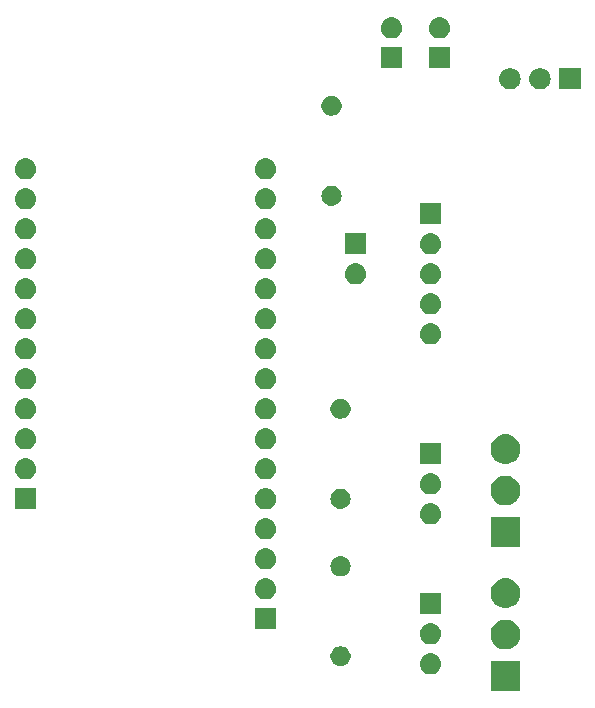
<source format=gbr>
G04 #@! TF.GenerationSoftware,KiCad,Pcbnew,5.0.2-bee76a0~70~ubuntu18.04.1*
G04 #@! TF.CreationDate,2019-07-28T20:07:08-04:00*
G04 #@! TF.ProjectId,knuth-gateway,6b6e7574-682d-4676-9174-657761792e6b,rev?*
G04 #@! TF.SameCoordinates,Original*
G04 #@! TF.FileFunction,Soldermask,Top*
G04 #@! TF.FilePolarity,Negative*
%FSLAX46Y46*%
G04 Gerber Fmt 4.6, Leading zero omitted, Abs format (unit mm)*
G04 Created by KiCad (PCBNEW 5.0.2-bee76a0~70~ubuntu18.04.1) date Sun 28 Jul 2019 08:07:08 PM EDT*
%MOMM*%
%LPD*%
G01*
G04 APERTURE LIST*
%ADD10C,0.100000*%
G04 APERTURE END LIST*
D10*
G36*
X260331000Y-119107000D02*
X257829000Y-119107000D01*
X257829000Y-116605000D01*
X260331000Y-116605000D01*
X260331000Y-119107000D01*
X260331000Y-119107000D01*
G37*
G36*
X252840442Y-115945518D02*
X252906627Y-115952037D01*
X253019853Y-115986384D01*
X253076467Y-116003557D01*
X253215087Y-116077652D01*
X253232991Y-116087222D01*
X253268729Y-116116552D01*
X253370186Y-116199814D01*
X253443227Y-116288816D01*
X253482778Y-116337009D01*
X253482779Y-116337011D01*
X253566443Y-116493533D01*
X253566443Y-116493534D01*
X253617963Y-116663373D01*
X253635359Y-116840000D01*
X253617963Y-117016627D01*
X253606019Y-117056000D01*
X253566443Y-117186467D01*
X253492348Y-117325087D01*
X253482778Y-117342991D01*
X253453448Y-117378729D01*
X253370186Y-117480186D01*
X253268729Y-117563448D01*
X253232991Y-117592778D01*
X253232989Y-117592779D01*
X253076467Y-117676443D01*
X253019853Y-117693616D01*
X252906627Y-117727963D01*
X252840442Y-117734482D01*
X252774260Y-117741000D01*
X252685740Y-117741000D01*
X252619558Y-117734482D01*
X252553373Y-117727963D01*
X252440147Y-117693616D01*
X252383533Y-117676443D01*
X252227011Y-117592779D01*
X252227009Y-117592778D01*
X252191271Y-117563448D01*
X252089814Y-117480186D01*
X252006552Y-117378729D01*
X251977222Y-117342991D01*
X251967652Y-117325087D01*
X251893557Y-117186467D01*
X251853981Y-117056000D01*
X251842037Y-117016627D01*
X251824641Y-116840000D01*
X251842037Y-116663373D01*
X251893557Y-116493534D01*
X251893557Y-116493533D01*
X251977221Y-116337011D01*
X251977222Y-116337009D01*
X252016773Y-116288816D01*
X252089814Y-116199814D01*
X252191271Y-116116552D01*
X252227009Y-116087222D01*
X252244913Y-116077652D01*
X252383533Y-116003557D01*
X252440147Y-115986384D01*
X252553373Y-115952037D01*
X252619558Y-115945518D01*
X252685740Y-115939000D01*
X252774260Y-115939000D01*
X252840442Y-115945518D01*
X252840442Y-115945518D01*
G37*
G36*
X245358228Y-115386703D02*
X245513100Y-115450853D01*
X245652481Y-115543985D01*
X245771015Y-115662519D01*
X245864147Y-115801900D01*
X245928297Y-115956772D01*
X245961000Y-116121184D01*
X245961000Y-116288816D01*
X245928297Y-116453228D01*
X245864147Y-116608100D01*
X245771015Y-116747481D01*
X245652481Y-116866015D01*
X245513100Y-116959147D01*
X245358228Y-117023297D01*
X245193816Y-117056000D01*
X245026184Y-117056000D01*
X244861772Y-117023297D01*
X244706900Y-116959147D01*
X244567519Y-116866015D01*
X244448985Y-116747481D01*
X244355853Y-116608100D01*
X244291703Y-116453228D01*
X244259000Y-116288816D01*
X244259000Y-116121184D01*
X244291703Y-115956772D01*
X244355853Y-115801900D01*
X244448985Y-115662519D01*
X244567519Y-115543985D01*
X244706900Y-115450853D01*
X244861772Y-115386703D01*
X245026184Y-115354000D01*
X245193816Y-115354000D01*
X245358228Y-115386703D01*
X245358228Y-115386703D01*
G37*
G36*
X259263635Y-113117019D02*
X259444903Y-113153075D01*
X259672571Y-113247378D01*
X259876542Y-113383668D01*
X259877469Y-113384287D01*
X260051713Y-113558531D01*
X260051715Y-113558534D01*
X260188622Y-113763429D01*
X260282925Y-113991097D01*
X260331000Y-114232787D01*
X260331000Y-114479213D01*
X260282925Y-114720903D01*
X260188622Y-114948571D01*
X260118992Y-115052779D01*
X260051713Y-115153469D01*
X259877469Y-115327713D01*
X259877466Y-115327715D01*
X259672571Y-115464622D01*
X259444903Y-115558925D01*
X259263635Y-115594981D01*
X259203214Y-115607000D01*
X258956786Y-115607000D01*
X258896365Y-115594981D01*
X258715097Y-115558925D01*
X258487429Y-115464622D01*
X258282534Y-115327715D01*
X258282531Y-115327713D01*
X258108287Y-115153469D01*
X258041008Y-115052779D01*
X257971378Y-114948571D01*
X257877075Y-114720903D01*
X257829000Y-114479213D01*
X257829000Y-114232787D01*
X257877075Y-113991097D01*
X257971378Y-113763429D01*
X258108285Y-113558534D01*
X258108287Y-113558531D01*
X258282531Y-113384287D01*
X258283458Y-113383668D01*
X258487429Y-113247378D01*
X258715097Y-113153075D01*
X258896365Y-113117019D01*
X258956786Y-113105000D01*
X259203214Y-113105000D01*
X259263635Y-113117019D01*
X259263635Y-113117019D01*
G37*
G36*
X252840443Y-113405519D02*
X252906627Y-113412037D01*
X253019853Y-113446384D01*
X253076467Y-113463557D01*
X253215087Y-113537652D01*
X253232991Y-113547222D01*
X253268729Y-113576552D01*
X253370186Y-113659814D01*
X253453448Y-113761271D01*
X253482778Y-113797009D01*
X253482779Y-113797011D01*
X253566443Y-113953533D01*
X253583616Y-114010147D01*
X253617963Y-114123373D01*
X253635359Y-114300000D01*
X253617963Y-114476627D01*
X253617178Y-114479214D01*
X253566443Y-114646467D01*
X253492348Y-114785087D01*
X253482778Y-114802991D01*
X253453448Y-114838729D01*
X253370186Y-114940186D01*
X253268729Y-115023448D01*
X253232991Y-115052778D01*
X253232989Y-115052779D01*
X253076467Y-115136443D01*
X253020349Y-115153466D01*
X252906627Y-115187963D01*
X252840442Y-115194482D01*
X252774260Y-115201000D01*
X252685740Y-115201000D01*
X252619558Y-115194482D01*
X252553373Y-115187963D01*
X252439651Y-115153466D01*
X252383533Y-115136443D01*
X252227011Y-115052779D01*
X252227009Y-115052778D01*
X252191271Y-115023448D01*
X252089814Y-114940186D01*
X252006552Y-114838729D01*
X251977222Y-114802991D01*
X251967652Y-114785087D01*
X251893557Y-114646467D01*
X251842822Y-114479214D01*
X251842037Y-114476627D01*
X251824641Y-114300000D01*
X251842037Y-114123373D01*
X251876384Y-114010147D01*
X251893557Y-113953533D01*
X251977221Y-113797011D01*
X251977222Y-113797009D01*
X252006552Y-113761271D01*
X252089814Y-113659814D01*
X252191271Y-113576552D01*
X252227009Y-113547222D01*
X252244913Y-113537652D01*
X252383533Y-113463557D01*
X252440147Y-113446384D01*
X252553373Y-113412037D01*
X252619557Y-113405519D01*
X252685740Y-113399000D01*
X252774260Y-113399000D01*
X252840443Y-113405519D01*
X252840443Y-113405519D01*
G37*
G36*
X239661000Y-113931000D02*
X237859000Y-113931000D01*
X237859000Y-112129000D01*
X239661000Y-112129000D01*
X239661000Y-113931000D01*
X239661000Y-113931000D01*
G37*
G36*
X253631000Y-112661000D02*
X251829000Y-112661000D01*
X251829000Y-110859000D01*
X253631000Y-110859000D01*
X253631000Y-112661000D01*
X253631000Y-112661000D01*
G37*
G36*
X259263635Y-109617019D02*
X259444903Y-109653075D01*
X259672571Y-109747378D01*
X259825878Y-109849815D01*
X259877469Y-109884287D01*
X260051713Y-110058531D01*
X260051715Y-110058534D01*
X260188622Y-110263429D01*
X260282925Y-110491097D01*
X260317840Y-110666625D01*
X260331000Y-110732786D01*
X260331000Y-110979214D01*
X260318981Y-111039636D01*
X260282925Y-111220903D01*
X260188622Y-111448571D01*
X260052332Y-111652542D01*
X260051713Y-111653469D01*
X259877469Y-111827713D01*
X259877466Y-111827715D01*
X259672571Y-111964622D01*
X259444903Y-112058925D01*
X259263636Y-112094981D01*
X259203214Y-112107000D01*
X258956786Y-112107000D01*
X258896364Y-112094981D01*
X258715097Y-112058925D01*
X258487429Y-111964622D01*
X258282534Y-111827715D01*
X258282531Y-111827713D01*
X258108287Y-111653469D01*
X258107668Y-111652542D01*
X257971378Y-111448571D01*
X257877075Y-111220903D01*
X257841019Y-111039635D01*
X257829000Y-110979214D01*
X257829000Y-110732786D01*
X257842160Y-110666625D01*
X257877075Y-110491097D01*
X257971378Y-110263429D01*
X258108285Y-110058534D01*
X258108287Y-110058531D01*
X258282531Y-109884287D01*
X258334122Y-109849815D01*
X258487429Y-109747378D01*
X258715097Y-109653075D01*
X258896365Y-109617019D01*
X258956786Y-109605000D01*
X259203214Y-109605000D01*
X259263635Y-109617019D01*
X259263635Y-109617019D01*
G37*
G36*
X238870442Y-109595518D02*
X238936627Y-109602037D01*
X239049853Y-109636384D01*
X239106467Y-109653557D01*
X239245087Y-109727652D01*
X239262991Y-109737222D01*
X239275366Y-109747378D01*
X239400186Y-109849814D01*
X239483448Y-109951271D01*
X239512778Y-109987009D01*
X239512779Y-109987011D01*
X239596443Y-110143533D01*
X239596443Y-110143534D01*
X239647963Y-110313373D01*
X239665359Y-110490000D01*
X239647963Y-110666627D01*
X239613616Y-110779853D01*
X239596443Y-110836467D01*
X239522348Y-110975087D01*
X239512778Y-110992991D01*
X239483448Y-111028729D01*
X239400186Y-111130186D01*
X239298729Y-111213448D01*
X239262991Y-111242778D01*
X239262989Y-111242779D01*
X239106467Y-111326443D01*
X239049853Y-111343616D01*
X238936627Y-111377963D01*
X238870443Y-111384481D01*
X238804260Y-111391000D01*
X238715740Y-111391000D01*
X238649557Y-111384481D01*
X238583373Y-111377963D01*
X238470147Y-111343616D01*
X238413533Y-111326443D01*
X238257011Y-111242779D01*
X238257009Y-111242778D01*
X238221271Y-111213448D01*
X238119814Y-111130186D01*
X238036552Y-111028729D01*
X238007222Y-110992991D01*
X237997652Y-110975087D01*
X237923557Y-110836467D01*
X237906384Y-110779853D01*
X237872037Y-110666627D01*
X237854641Y-110490000D01*
X237872037Y-110313373D01*
X237923557Y-110143534D01*
X237923557Y-110143533D01*
X238007221Y-109987011D01*
X238007222Y-109987009D01*
X238036552Y-109951271D01*
X238119814Y-109849814D01*
X238244634Y-109747378D01*
X238257009Y-109737222D01*
X238274913Y-109727652D01*
X238413533Y-109653557D01*
X238470147Y-109636384D01*
X238583373Y-109602037D01*
X238649558Y-109595518D01*
X238715740Y-109589000D01*
X238804260Y-109589000D01*
X238870442Y-109595518D01*
X238870442Y-109595518D01*
G37*
G36*
X245276821Y-107746313D02*
X245276824Y-107746314D01*
X245276825Y-107746314D01*
X245437239Y-107794975D01*
X245437241Y-107794976D01*
X245437244Y-107794977D01*
X245585078Y-107873995D01*
X245714659Y-107980341D01*
X245821005Y-108109922D01*
X245900023Y-108257756D01*
X245948687Y-108418179D01*
X245965117Y-108585000D01*
X245948687Y-108751821D01*
X245948686Y-108751824D01*
X245948686Y-108751825D01*
X245918602Y-108851000D01*
X245900023Y-108912244D01*
X245821005Y-109060078D01*
X245714659Y-109189659D01*
X245585078Y-109296005D01*
X245437244Y-109375023D01*
X245437241Y-109375024D01*
X245437239Y-109375025D01*
X245276825Y-109423686D01*
X245276824Y-109423686D01*
X245276821Y-109423687D01*
X245151804Y-109436000D01*
X245068196Y-109436000D01*
X244943179Y-109423687D01*
X244943176Y-109423686D01*
X244943175Y-109423686D01*
X244782761Y-109375025D01*
X244782759Y-109375024D01*
X244782756Y-109375023D01*
X244634922Y-109296005D01*
X244505341Y-109189659D01*
X244398995Y-109060078D01*
X244319977Y-108912244D01*
X244301399Y-108851000D01*
X244271314Y-108751825D01*
X244271314Y-108751824D01*
X244271313Y-108751821D01*
X244254883Y-108585000D01*
X244271313Y-108418179D01*
X244319977Y-108257756D01*
X244398995Y-108109922D01*
X244505341Y-107980341D01*
X244634922Y-107873995D01*
X244782756Y-107794977D01*
X244782759Y-107794976D01*
X244782761Y-107794975D01*
X244943175Y-107746314D01*
X244943176Y-107746314D01*
X244943179Y-107746313D01*
X245068196Y-107734000D01*
X245151804Y-107734000D01*
X245276821Y-107746313D01*
X245276821Y-107746313D01*
G37*
G36*
X238870442Y-107055518D02*
X238936627Y-107062037D01*
X239049853Y-107096384D01*
X239106467Y-107113557D01*
X239245087Y-107187652D01*
X239262991Y-107197222D01*
X239298729Y-107226552D01*
X239400186Y-107309814D01*
X239483448Y-107411271D01*
X239512778Y-107447009D01*
X239512779Y-107447011D01*
X239596443Y-107603533D01*
X239596443Y-107603534D01*
X239647963Y-107773373D01*
X239665359Y-107950000D01*
X239647963Y-108126627D01*
X239613616Y-108239853D01*
X239596443Y-108296467D01*
X239531388Y-108418175D01*
X239512778Y-108452991D01*
X239483448Y-108488729D01*
X239400186Y-108590186D01*
X239298729Y-108673448D01*
X239262991Y-108702778D01*
X239262989Y-108702779D01*
X239106467Y-108786443D01*
X239049853Y-108803616D01*
X238936627Y-108837963D01*
X238870442Y-108844482D01*
X238804260Y-108851000D01*
X238715740Y-108851000D01*
X238649558Y-108844482D01*
X238583373Y-108837963D01*
X238470147Y-108803616D01*
X238413533Y-108786443D01*
X238257011Y-108702779D01*
X238257009Y-108702778D01*
X238221271Y-108673448D01*
X238119814Y-108590186D01*
X238036552Y-108488729D01*
X238007222Y-108452991D01*
X237988612Y-108418175D01*
X237923557Y-108296467D01*
X237906384Y-108239853D01*
X237872037Y-108126627D01*
X237854641Y-107950000D01*
X237872037Y-107773373D01*
X237923557Y-107603534D01*
X237923557Y-107603533D01*
X238007221Y-107447011D01*
X238007222Y-107447009D01*
X238036552Y-107411271D01*
X238119814Y-107309814D01*
X238221271Y-107226552D01*
X238257009Y-107197222D01*
X238274913Y-107187652D01*
X238413533Y-107113557D01*
X238470147Y-107096384D01*
X238583373Y-107062037D01*
X238649558Y-107055518D01*
X238715740Y-107049000D01*
X238804260Y-107049000D01*
X238870442Y-107055518D01*
X238870442Y-107055518D01*
G37*
G36*
X260331000Y-106915000D02*
X257829000Y-106915000D01*
X257829000Y-104413000D01*
X260331000Y-104413000D01*
X260331000Y-106915000D01*
X260331000Y-106915000D01*
G37*
G36*
X238870443Y-104515519D02*
X238936627Y-104522037D01*
X239049853Y-104556384D01*
X239106467Y-104573557D01*
X239236363Y-104642989D01*
X239262991Y-104657222D01*
X239298729Y-104686552D01*
X239400186Y-104769814D01*
X239483448Y-104871271D01*
X239512778Y-104907009D01*
X239512779Y-104907011D01*
X239596443Y-105063533D01*
X239596443Y-105063534D01*
X239647963Y-105233373D01*
X239665359Y-105410000D01*
X239647963Y-105586627D01*
X239613616Y-105699853D01*
X239596443Y-105756467D01*
X239522348Y-105895087D01*
X239512778Y-105912991D01*
X239483448Y-105948729D01*
X239400186Y-106050186D01*
X239298729Y-106133448D01*
X239262991Y-106162778D01*
X239262989Y-106162779D01*
X239106467Y-106246443D01*
X239049853Y-106263616D01*
X238936627Y-106297963D01*
X238870442Y-106304482D01*
X238804260Y-106311000D01*
X238715740Y-106311000D01*
X238649558Y-106304482D01*
X238583373Y-106297963D01*
X238470147Y-106263616D01*
X238413533Y-106246443D01*
X238257011Y-106162779D01*
X238257009Y-106162778D01*
X238221271Y-106133448D01*
X238119814Y-106050186D01*
X238036552Y-105948729D01*
X238007222Y-105912991D01*
X237997652Y-105895087D01*
X237923557Y-105756467D01*
X237906384Y-105699853D01*
X237872037Y-105586627D01*
X237854641Y-105410000D01*
X237872037Y-105233373D01*
X237923557Y-105063534D01*
X237923557Y-105063533D01*
X238007221Y-104907011D01*
X238007222Y-104907009D01*
X238036552Y-104871271D01*
X238119814Y-104769814D01*
X238221271Y-104686552D01*
X238257009Y-104657222D01*
X238283637Y-104642989D01*
X238413533Y-104573557D01*
X238470147Y-104556384D01*
X238583373Y-104522037D01*
X238649557Y-104515519D01*
X238715740Y-104509000D01*
X238804260Y-104509000D01*
X238870443Y-104515519D01*
X238870443Y-104515519D01*
G37*
G36*
X252840443Y-103245519D02*
X252906627Y-103252037D01*
X253019853Y-103286384D01*
X253076467Y-103303557D01*
X253154146Y-103345078D01*
X253232991Y-103387222D01*
X253266838Y-103415000D01*
X253370186Y-103499814D01*
X253453448Y-103601271D01*
X253482778Y-103637009D01*
X253482779Y-103637011D01*
X253566443Y-103793533D01*
X253566443Y-103793534D01*
X253617963Y-103963373D01*
X253635359Y-104140000D01*
X253617963Y-104316627D01*
X253588729Y-104413000D01*
X253566443Y-104486467D01*
X253547430Y-104522037D01*
X253482778Y-104642991D01*
X253453448Y-104678729D01*
X253370186Y-104780186D01*
X253268729Y-104863448D01*
X253232991Y-104892778D01*
X253232989Y-104892779D01*
X253076467Y-104976443D01*
X253019853Y-104993616D01*
X252906627Y-105027963D01*
X252840442Y-105034482D01*
X252774260Y-105041000D01*
X252685740Y-105041000D01*
X252619557Y-105034481D01*
X252553373Y-105027963D01*
X252440147Y-104993616D01*
X252383533Y-104976443D01*
X252227011Y-104892779D01*
X252227009Y-104892778D01*
X252191271Y-104863448D01*
X252089814Y-104780186D01*
X252006552Y-104678729D01*
X251977222Y-104642991D01*
X251912570Y-104522037D01*
X251893557Y-104486467D01*
X251871271Y-104413000D01*
X251842037Y-104316627D01*
X251824641Y-104140000D01*
X251842037Y-103963373D01*
X251893557Y-103793534D01*
X251893557Y-103793533D01*
X251977221Y-103637011D01*
X251977222Y-103637009D01*
X252006552Y-103601271D01*
X252089814Y-103499814D01*
X252193162Y-103415000D01*
X252227009Y-103387222D01*
X252305854Y-103345078D01*
X252383533Y-103303557D01*
X252440147Y-103286384D01*
X252553373Y-103252037D01*
X252619558Y-103245518D01*
X252685740Y-103239000D01*
X252774260Y-103239000D01*
X252840443Y-103245519D01*
X252840443Y-103245519D01*
G37*
G36*
X238870442Y-101975518D02*
X238936627Y-101982037D01*
X239049853Y-102016384D01*
X239106467Y-102033557D01*
X239193311Y-102079977D01*
X239262991Y-102117222D01*
X239298729Y-102146552D01*
X239400186Y-102229814D01*
X239483448Y-102331271D01*
X239512778Y-102367009D01*
X239512779Y-102367011D01*
X239596443Y-102523533D01*
X239613616Y-102580147D01*
X239647963Y-102693373D01*
X239665359Y-102870000D01*
X239647963Y-103046627D01*
X239613616Y-103159853D01*
X239596443Y-103216467D01*
X239566427Y-103272622D01*
X239512778Y-103372991D01*
X239483448Y-103408729D01*
X239400186Y-103510186D01*
X239298729Y-103593448D01*
X239262991Y-103622778D01*
X239262989Y-103622779D01*
X239106467Y-103706443D01*
X239099069Y-103708687D01*
X238936627Y-103757963D01*
X238870443Y-103764481D01*
X238804260Y-103771000D01*
X238715740Y-103771000D01*
X238649557Y-103764481D01*
X238583373Y-103757963D01*
X238420931Y-103708687D01*
X238413533Y-103706443D01*
X238257011Y-103622779D01*
X238257009Y-103622778D01*
X238221271Y-103593448D01*
X238119814Y-103510186D01*
X238036552Y-103408729D01*
X238007222Y-103372991D01*
X237953573Y-103272622D01*
X237923557Y-103216467D01*
X237906384Y-103159853D01*
X237872037Y-103046627D01*
X237854641Y-102870000D01*
X237872037Y-102693373D01*
X237906384Y-102580147D01*
X237923557Y-102523533D01*
X238007221Y-102367011D01*
X238007222Y-102367009D01*
X238036552Y-102331271D01*
X238119814Y-102229814D01*
X238221271Y-102146552D01*
X238257009Y-102117222D01*
X238326689Y-102079977D01*
X238413533Y-102033557D01*
X238470147Y-102016384D01*
X238583373Y-101982037D01*
X238649558Y-101975518D01*
X238715740Y-101969000D01*
X238804260Y-101969000D01*
X238870442Y-101975518D01*
X238870442Y-101975518D01*
G37*
G36*
X219341000Y-103771000D02*
X217539000Y-103771000D01*
X217539000Y-101969000D01*
X219341000Y-101969000D01*
X219341000Y-103771000D01*
X219341000Y-103771000D01*
G37*
G36*
X245276821Y-102031313D02*
X245276824Y-102031314D01*
X245276825Y-102031314D01*
X245437239Y-102079975D01*
X245437241Y-102079976D01*
X245437244Y-102079977D01*
X245585078Y-102158995D01*
X245714659Y-102265341D01*
X245821005Y-102394922D01*
X245900023Y-102542756D01*
X245900024Y-102542759D01*
X245900025Y-102542761D01*
X245945713Y-102693375D01*
X245948687Y-102703179D01*
X245965117Y-102870000D01*
X245948687Y-103036821D01*
X245948686Y-103036824D01*
X245948686Y-103036825D01*
X245918689Y-103135713D01*
X245900023Y-103197244D01*
X245821005Y-103345078D01*
X245714659Y-103474659D01*
X245585078Y-103581005D01*
X245437244Y-103660023D01*
X245437241Y-103660024D01*
X245437239Y-103660025D01*
X245276825Y-103708686D01*
X245276824Y-103708686D01*
X245276821Y-103708687D01*
X245151804Y-103721000D01*
X245068196Y-103721000D01*
X244943179Y-103708687D01*
X244943176Y-103708686D01*
X244943175Y-103708686D01*
X244782761Y-103660025D01*
X244782759Y-103660024D01*
X244782756Y-103660023D01*
X244634922Y-103581005D01*
X244505341Y-103474659D01*
X244398995Y-103345078D01*
X244319977Y-103197244D01*
X244301312Y-103135713D01*
X244271314Y-103036825D01*
X244271314Y-103036824D01*
X244271313Y-103036821D01*
X244254883Y-102870000D01*
X244271313Y-102703179D01*
X244274287Y-102693375D01*
X244319975Y-102542761D01*
X244319976Y-102542759D01*
X244319977Y-102542756D01*
X244398995Y-102394922D01*
X244505341Y-102265341D01*
X244634922Y-102158995D01*
X244782756Y-102079977D01*
X244782759Y-102079976D01*
X244782761Y-102079975D01*
X244943175Y-102031314D01*
X244943176Y-102031314D01*
X244943179Y-102031313D01*
X245068196Y-102019000D01*
X245151804Y-102019000D01*
X245276821Y-102031313D01*
X245276821Y-102031313D01*
G37*
G36*
X259263635Y-100925019D02*
X259444903Y-100961075D01*
X259672571Y-101055378D01*
X259838791Y-101166443D01*
X259877469Y-101192287D01*
X260051713Y-101366531D01*
X260051715Y-101366534D01*
X260188622Y-101571429D01*
X260282925Y-101799097D01*
X260331000Y-102040787D01*
X260331000Y-102287213D01*
X260282925Y-102528903D01*
X260188622Y-102756571D01*
X260052332Y-102960542D01*
X260051713Y-102961469D01*
X259877469Y-103135713D01*
X259877466Y-103135715D01*
X259672571Y-103272622D01*
X259444903Y-103366925D01*
X259263635Y-103402981D01*
X259203214Y-103415000D01*
X258956786Y-103415000D01*
X258896364Y-103402981D01*
X258715097Y-103366925D01*
X258487429Y-103272622D01*
X258282534Y-103135715D01*
X258282531Y-103135713D01*
X258108287Y-102961469D01*
X258107668Y-102960542D01*
X257971378Y-102756571D01*
X257877075Y-102528903D01*
X257829000Y-102287213D01*
X257829000Y-102040787D01*
X257877075Y-101799097D01*
X257971378Y-101571429D01*
X258108285Y-101366534D01*
X258108287Y-101366531D01*
X258282531Y-101192287D01*
X258321209Y-101166443D01*
X258487429Y-101055378D01*
X258715097Y-100961075D01*
X258896365Y-100925019D01*
X258956786Y-100913000D01*
X259203214Y-100913000D01*
X259263635Y-100925019D01*
X259263635Y-100925019D01*
G37*
G36*
X252840443Y-100705519D02*
X252906627Y-100712037D01*
X253019853Y-100746384D01*
X253076467Y-100763557D01*
X253206363Y-100832989D01*
X253232991Y-100847222D01*
X253268729Y-100876552D01*
X253370186Y-100959814D01*
X253448612Y-101055378D01*
X253482778Y-101097009D01*
X253482779Y-101097011D01*
X253566443Y-101253533D01*
X253566443Y-101253534D01*
X253617963Y-101423373D01*
X253635359Y-101600000D01*
X253617963Y-101776627D01*
X253583616Y-101889853D01*
X253566443Y-101946467D01*
X253519892Y-102033557D01*
X253482778Y-102102991D01*
X253453448Y-102138729D01*
X253370186Y-102240186D01*
X253268729Y-102323448D01*
X253232991Y-102352778D01*
X253232989Y-102352779D01*
X253076467Y-102436443D01*
X253019853Y-102453616D01*
X252906627Y-102487963D01*
X252840442Y-102494482D01*
X252774260Y-102501000D01*
X252685740Y-102501000D01*
X252619558Y-102494482D01*
X252553373Y-102487963D01*
X252440147Y-102453616D01*
X252383533Y-102436443D01*
X252227011Y-102352779D01*
X252227009Y-102352778D01*
X252191271Y-102323448D01*
X252089814Y-102240186D01*
X252006552Y-102138729D01*
X251977222Y-102102991D01*
X251940108Y-102033557D01*
X251893557Y-101946467D01*
X251876384Y-101889853D01*
X251842037Y-101776627D01*
X251824641Y-101600000D01*
X251842037Y-101423373D01*
X251893557Y-101253534D01*
X251893557Y-101253533D01*
X251977221Y-101097011D01*
X251977222Y-101097009D01*
X252011388Y-101055378D01*
X252089814Y-100959814D01*
X252191271Y-100876552D01*
X252227009Y-100847222D01*
X252253637Y-100832989D01*
X252383533Y-100763557D01*
X252440147Y-100746384D01*
X252553373Y-100712037D01*
X252619557Y-100705519D01*
X252685740Y-100699000D01*
X252774260Y-100699000D01*
X252840443Y-100705519D01*
X252840443Y-100705519D01*
G37*
G36*
X238870443Y-99435519D02*
X238936627Y-99442037D01*
X239049853Y-99476384D01*
X239106467Y-99493557D01*
X239245087Y-99567652D01*
X239262991Y-99577222D01*
X239298729Y-99606552D01*
X239400186Y-99689814D01*
X239483448Y-99791271D01*
X239512778Y-99827009D01*
X239512779Y-99827011D01*
X239596443Y-99983533D01*
X239596443Y-99983534D01*
X239647963Y-100153373D01*
X239665359Y-100330000D01*
X239647963Y-100506627D01*
X239613616Y-100619853D01*
X239596443Y-100676467D01*
X239577430Y-100712037D01*
X239512778Y-100832991D01*
X239483448Y-100868729D01*
X239400186Y-100970186D01*
X239298729Y-101053448D01*
X239262991Y-101082778D01*
X239262989Y-101082779D01*
X239106467Y-101166443D01*
X239049853Y-101183616D01*
X238936627Y-101217963D01*
X238870443Y-101224481D01*
X238804260Y-101231000D01*
X238715740Y-101231000D01*
X238649558Y-101224482D01*
X238583373Y-101217963D01*
X238470147Y-101183616D01*
X238413533Y-101166443D01*
X238257011Y-101082779D01*
X238257009Y-101082778D01*
X238221271Y-101053448D01*
X238119814Y-100970186D01*
X238036552Y-100868729D01*
X238007222Y-100832991D01*
X237942570Y-100712037D01*
X237923557Y-100676467D01*
X237906384Y-100619853D01*
X237872037Y-100506627D01*
X237854641Y-100330000D01*
X237872037Y-100153373D01*
X237923557Y-99983534D01*
X237923557Y-99983533D01*
X238007221Y-99827011D01*
X238007222Y-99827009D01*
X238036552Y-99791271D01*
X238119814Y-99689814D01*
X238221271Y-99606552D01*
X238257009Y-99577222D01*
X238274913Y-99567652D01*
X238413533Y-99493557D01*
X238470147Y-99476384D01*
X238583373Y-99442037D01*
X238649558Y-99435518D01*
X238715740Y-99429000D01*
X238804260Y-99429000D01*
X238870443Y-99435519D01*
X238870443Y-99435519D01*
G37*
G36*
X218550443Y-99435519D02*
X218616627Y-99442037D01*
X218729853Y-99476384D01*
X218786467Y-99493557D01*
X218925087Y-99567652D01*
X218942991Y-99577222D01*
X218978729Y-99606552D01*
X219080186Y-99689814D01*
X219163448Y-99791271D01*
X219192778Y-99827009D01*
X219192779Y-99827011D01*
X219276443Y-99983533D01*
X219276443Y-99983534D01*
X219327963Y-100153373D01*
X219345359Y-100330000D01*
X219327963Y-100506627D01*
X219293616Y-100619853D01*
X219276443Y-100676467D01*
X219257430Y-100712037D01*
X219192778Y-100832991D01*
X219163448Y-100868729D01*
X219080186Y-100970186D01*
X218978729Y-101053448D01*
X218942991Y-101082778D01*
X218942989Y-101082779D01*
X218786467Y-101166443D01*
X218729853Y-101183616D01*
X218616627Y-101217963D01*
X218550443Y-101224481D01*
X218484260Y-101231000D01*
X218395740Y-101231000D01*
X218329558Y-101224482D01*
X218263373Y-101217963D01*
X218150147Y-101183616D01*
X218093533Y-101166443D01*
X217937011Y-101082779D01*
X217937009Y-101082778D01*
X217901271Y-101053448D01*
X217799814Y-100970186D01*
X217716552Y-100868729D01*
X217687222Y-100832991D01*
X217622570Y-100712037D01*
X217603557Y-100676467D01*
X217586384Y-100619853D01*
X217552037Y-100506627D01*
X217534641Y-100330000D01*
X217552037Y-100153373D01*
X217603557Y-99983534D01*
X217603557Y-99983533D01*
X217687221Y-99827011D01*
X217687222Y-99827009D01*
X217716552Y-99791271D01*
X217799814Y-99689814D01*
X217901271Y-99606552D01*
X217937009Y-99577222D01*
X217954913Y-99567652D01*
X218093533Y-99493557D01*
X218150147Y-99476384D01*
X218263373Y-99442037D01*
X218329558Y-99435518D01*
X218395740Y-99429000D01*
X218484260Y-99429000D01*
X218550443Y-99435519D01*
X218550443Y-99435519D01*
G37*
G36*
X253631000Y-99961000D02*
X251829000Y-99961000D01*
X251829000Y-98159000D01*
X253631000Y-98159000D01*
X253631000Y-99961000D01*
X253631000Y-99961000D01*
G37*
G36*
X259263636Y-97425019D02*
X259444903Y-97461075D01*
X259672571Y-97555378D01*
X259876542Y-97691668D01*
X259877469Y-97692287D01*
X260051713Y-97866531D01*
X260051715Y-97866534D01*
X260188622Y-98071429D01*
X260282925Y-98299097D01*
X260331000Y-98540787D01*
X260331000Y-98787213D01*
X260282925Y-99028903D01*
X260188622Y-99256571D01*
X260073408Y-99429000D01*
X260051713Y-99461469D01*
X259877469Y-99635713D01*
X259877466Y-99635715D01*
X259672571Y-99772622D01*
X259444903Y-99866925D01*
X259263635Y-99902981D01*
X259203214Y-99915000D01*
X258956786Y-99915000D01*
X258896364Y-99902981D01*
X258715097Y-99866925D01*
X258487429Y-99772622D01*
X258282534Y-99635715D01*
X258282531Y-99635713D01*
X258108287Y-99461469D01*
X258086592Y-99429000D01*
X257971378Y-99256571D01*
X257877075Y-99028903D01*
X257829000Y-98787213D01*
X257829000Y-98540787D01*
X257877075Y-98299097D01*
X257971378Y-98071429D01*
X258108285Y-97866534D01*
X258108287Y-97866531D01*
X258282531Y-97692287D01*
X258283458Y-97691668D01*
X258487429Y-97555378D01*
X258715097Y-97461075D01*
X258896364Y-97425019D01*
X258956786Y-97413000D01*
X259203214Y-97413000D01*
X259263636Y-97425019D01*
X259263636Y-97425019D01*
G37*
G36*
X218550442Y-96895518D02*
X218616627Y-96902037D01*
X218729853Y-96936384D01*
X218786467Y-96953557D01*
X218925087Y-97027652D01*
X218942991Y-97037222D01*
X218978729Y-97066552D01*
X219080186Y-97149814D01*
X219163448Y-97251271D01*
X219192778Y-97287009D01*
X219192779Y-97287011D01*
X219276443Y-97443533D01*
X219276443Y-97443534D01*
X219327963Y-97613373D01*
X219345359Y-97790000D01*
X219327963Y-97966627D01*
X219296172Y-98071429D01*
X219276443Y-98136467D01*
X219202348Y-98275087D01*
X219192778Y-98292991D01*
X219187764Y-98299100D01*
X219080186Y-98430186D01*
X218978729Y-98513448D01*
X218942991Y-98542778D01*
X218942989Y-98542779D01*
X218786467Y-98626443D01*
X218729853Y-98643616D01*
X218616627Y-98677963D01*
X218550442Y-98684482D01*
X218484260Y-98691000D01*
X218395740Y-98691000D01*
X218329558Y-98684482D01*
X218263373Y-98677963D01*
X218150147Y-98643616D01*
X218093533Y-98626443D01*
X217937011Y-98542779D01*
X217937009Y-98542778D01*
X217901271Y-98513448D01*
X217799814Y-98430186D01*
X217692236Y-98299100D01*
X217687222Y-98292991D01*
X217677652Y-98275087D01*
X217603557Y-98136467D01*
X217583828Y-98071429D01*
X217552037Y-97966627D01*
X217534641Y-97790000D01*
X217552037Y-97613373D01*
X217603557Y-97443534D01*
X217603557Y-97443533D01*
X217687221Y-97287011D01*
X217687222Y-97287009D01*
X217716552Y-97251271D01*
X217799814Y-97149814D01*
X217901271Y-97066552D01*
X217937009Y-97037222D01*
X217954913Y-97027652D01*
X218093533Y-96953557D01*
X218150147Y-96936384D01*
X218263373Y-96902037D01*
X218329558Y-96895518D01*
X218395740Y-96889000D01*
X218484260Y-96889000D01*
X218550442Y-96895518D01*
X218550442Y-96895518D01*
G37*
G36*
X238870442Y-96895518D02*
X238936627Y-96902037D01*
X239049853Y-96936384D01*
X239106467Y-96953557D01*
X239245087Y-97027652D01*
X239262991Y-97037222D01*
X239298729Y-97066552D01*
X239400186Y-97149814D01*
X239483448Y-97251271D01*
X239512778Y-97287009D01*
X239512779Y-97287011D01*
X239596443Y-97443533D01*
X239596443Y-97443534D01*
X239647963Y-97613373D01*
X239665359Y-97790000D01*
X239647963Y-97966627D01*
X239616172Y-98071429D01*
X239596443Y-98136467D01*
X239522348Y-98275087D01*
X239512778Y-98292991D01*
X239507764Y-98299100D01*
X239400186Y-98430186D01*
X239298729Y-98513448D01*
X239262991Y-98542778D01*
X239262989Y-98542779D01*
X239106467Y-98626443D01*
X239049853Y-98643616D01*
X238936627Y-98677963D01*
X238870442Y-98684482D01*
X238804260Y-98691000D01*
X238715740Y-98691000D01*
X238649558Y-98684482D01*
X238583373Y-98677963D01*
X238470147Y-98643616D01*
X238413533Y-98626443D01*
X238257011Y-98542779D01*
X238257009Y-98542778D01*
X238221271Y-98513448D01*
X238119814Y-98430186D01*
X238012236Y-98299100D01*
X238007222Y-98292991D01*
X237997652Y-98275087D01*
X237923557Y-98136467D01*
X237903828Y-98071429D01*
X237872037Y-97966627D01*
X237854641Y-97790000D01*
X237872037Y-97613373D01*
X237923557Y-97443534D01*
X237923557Y-97443533D01*
X238007221Y-97287011D01*
X238007222Y-97287009D01*
X238036552Y-97251271D01*
X238119814Y-97149814D01*
X238221271Y-97066552D01*
X238257009Y-97037222D01*
X238274913Y-97027652D01*
X238413533Y-96953557D01*
X238470147Y-96936384D01*
X238583373Y-96902037D01*
X238649558Y-96895518D01*
X238715740Y-96889000D01*
X238804260Y-96889000D01*
X238870442Y-96895518D01*
X238870442Y-96895518D01*
G37*
G36*
X218550442Y-94355518D02*
X218616627Y-94362037D01*
X218729853Y-94396384D01*
X218786467Y-94413557D01*
X218925087Y-94487652D01*
X218942991Y-94497222D01*
X218978729Y-94526552D01*
X219080186Y-94609814D01*
X219160369Y-94707519D01*
X219192778Y-94747009D01*
X219192779Y-94747011D01*
X219276443Y-94903533D01*
X219276443Y-94903534D01*
X219327963Y-95073373D01*
X219345359Y-95250000D01*
X219327963Y-95426627D01*
X219306243Y-95498228D01*
X219276443Y-95596467D01*
X219202348Y-95735087D01*
X219192778Y-95752991D01*
X219163448Y-95788729D01*
X219080186Y-95890186D01*
X218978729Y-95973448D01*
X218942991Y-96002778D01*
X218942989Y-96002779D01*
X218786467Y-96086443D01*
X218738478Y-96101000D01*
X218616627Y-96137963D01*
X218550443Y-96144481D01*
X218484260Y-96151000D01*
X218395740Y-96151000D01*
X218329558Y-96144482D01*
X218263373Y-96137963D01*
X218141522Y-96101000D01*
X218093533Y-96086443D01*
X217937011Y-96002779D01*
X217937009Y-96002778D01*
X217901271Y-95973448D01*
X217799814Y-95890186D01*
X217716552Y-95788729D01*
X217687222Y-95752991D01*
X217677652Y-95735087D01*
X217603557Y-95596467D01*
X217573757Y-95498228D01*
X217552037Y-95426627D01*
X217534641Y-95250000D01*
X217552037Y-95073373D01*
X217603557Y-94903534D01*
X217603557Y-94903533D01*
X217687221Y-94747011D01*
X217687222Y-94747009D01*
X217719631Y-94707519D01*
X217799814Y-94609814D01*
X217901271Y-94526552D01*
X217937009Y-94497222D01*
X217954913Y-94487652D01*
X218093533Y-94413557D01*
X218150147Y-94396384D01*
X218263373Y-94362037D01*
X218329557Y-94355519D01*
X218395740Y-94349000D01*
X218484260Y-94349000D01*
X218550442Y-94355518D01*
X218550442Y-94355518D01*
G37*
G36*
X238870442Y-94355518D02*
X238936627Y-94362037D01*
X239049853Y-94396384D01*
X239106467Y-94413557D01*
X239245087Y-94487652D01*
X239262991Y-94497222D01*
X239298729Y-94526552D01*
X239400186Y-94609814D01*
X239480369Y-94707519D01*
X239512778Y-94747009D01*
X239512779Y-94747011D01*
X239596443Y-94903533D01*
X239596443Y-94903534D01*
X239647963Y-95073373D01*
X239665359Y-95250000D01*
X239647963Y-95426627D01*
X239626243Y-95498228D01*
X239596443Y-95596467D01*
X239522348Y-95735087D01*
X239512778Y-95752991D01*
X239483448Y-95788729D01*
X239400186Y-95890186D01*
X239298729Y-95973448D01*
X239262991Y-96002778D01*
X239262989Y-96002779D01*
X239106467Y-96086443D01*
X239058478Y-96101000D01*
X238936627Y-96137963D01*
X238870443Y-96144481D01*
X238804260Y-96151000D01*
X238715740Y-96151000D01*
X238649558Y-96144482D01*
X238583373Y-96137963D01*
X238461522Y-96101000D01*
X238413533Y-96086443D01*
X238257011Y-96002779D01*
X238257009Y-96002778D01*
X238221271Y-95973448D01*
X238119814Y-95890186D01*
X238036552Y-95788729D01*
X238007222Y-95752991D01*
X237997652Y-95735087D01*
X237923557Y-95596467D01*
X237893757Y-95498228D01*
X237872037Y-95426627D01*
X237854641Y-95250000D01*
X237872037Y-95073373D01*
X237923557Y-94903534D01*
X237923557Y-94903533D01*
X238007221Y-94747011D01*
X238007222Y-94747009D01*
X238039631Y-94707519D01*
X238119814Y-94609814D01*
X238221271Y-94526552D01*
X238257009Y-94497222D01*
X238274913Y-94487652D01*
X238413533Y-94413557D01*
X238470147Y-94396384D01*
X238583373Y-94362037D01*
X238649557Y-94355519D01*
X238715740Y-94349000D01*
X238804260Y-94349000D01*
X238870442Y-94355518D01*
X238870442Y-94355518D01*
G37*
G36*
X245358228Y-94431703D02*
X245513100Y-94495853D01*
X245652481Y-94588985D01*
X245771015Y-94707519D01*
X245864147Y-94846900D01*
X245928297Y-95001772D01*
X245961000Y-95166184D01*
X245961000Y-95333816D01*
X245928297Y-95498228D01*
X245864147Y-95653100D01*
X245771015Y-95792481D01*
X245652481Y-95911015D01*
X245513100Y-96004147D01*
X245358228Y-96068297D01*
X245193816Y-96101000D01*
X245026184Y-96101000D01*
X244861772Y-96068297D01*
X244706900Y-96004147D01*
X244567519Y-95911015D01*
X244448985Y-95792481D01*
X244355853Y-95653100D01*
X244291703Y-95498228D01*
X244259000Y-95333816D01*
X244259000Y-95166184D01*
X244291703Y-95001772D01*
X244355853Y-94846900D01*
X244448985Y-94707519D01*
X244567519Y-94588985D01*
X244706900Y-94495853D01*
X244861772Y-94431703D01*
X245026184Y-94399000D01*
X245193816Y-94399000D01*
X245358228Y-94431703D01*
X245358228Y-94431703D01*
G37*
G36*
X218550442Y-91815518D02*
X218616627Y-91822037D01*
X218729853Y-91856384D01*
X218786467Y-91873557D01*
X218925087Y-91947652D01*
X218942991Y-91957222D01*
X218978729Y-91986552D01*
X219080186Y-92069814D01*
X219163448Y-92171271D01*
X219192778Y-92207009D01*
X219192779Y-92207011D01*
X219276443Y-92363533D01*
X219276443Y-92363534D01*
X219327963Y-92533373D01*
X219345359Y-92710000D01*
X219327963Y-92886627D01*
X219293616Y-92999853D01*
X219276443Y-93056467D01*
X219202348Y-93195087D01*
X219192778Y-93212991D01*
X219163448Y-93248729D01*
X219080186Y-93350186D01*
X218978729Y-93433448D01*
X218942991Y-93462778D01*
X218942989Y-93462779D01*
X218786467Y-93546443D01*
X218729853Y-93563616D01*
X218616627Y-93597963D01*
X218550442Y-93604482D01*
X218484260Y-93611000D01*
X218395740Y-93611000D01*
X218329557Y-93604481D01*
X218263373Y-93597963D01*
X218150147Y-93563616D01*
X218093533Y-93546443D01*
X217937011Y-93462779D01*
X217937009Y-93462778D01*
X217901271Y-93433448D01*
X217799814Y-93350186D01*
X217716552Y-93248729D01*
X217687222Y-93212991D01*
X217677652Y-93195087D01*
X217603557Y-93056467D01*
X217586384Y-92999853D01*
X217552037Y-92886627D01*
X217534641Y-92710000D01*
X217552037Y-92533373D01*
X217603557Y-92363534D01*
X217603557Y-92363533D01*
X217687221Y-92207011D01*
X217687222Y-92207009D01*
X217716552Y-92171271D01*
X217799814Y-92069814D01*
X217901271Y-91986552D01*
X217937009Y-91957222D01*
X217954913Y-91947652D01*
X218093533Y-91873557D01*
X218150147Y-91856384D01*
X218263373Y-91822037D01*
X218329558Y-91815518D01*
X218395740Y-91809000D01*
X218484260Y-91809000D01*
X218550442Y-91815518D01*
X218550442Y-91815518D01*
G37*
G36*
X238870442Y-91815518D02*
X238936627Y-91822037D01*
X239049853Y-91856384D01*
X239106467Y-91873557D01*
X239245087Y-91947652D01*
X239262991Y-91957222D01*
X239298729Y-91986552D01*
X239400186Y-92069814D01*
X239483448Y-92171271D01*
X239512778Y-92207009D01*
X239512779Y-92207011D01*
X239596443Y-92363533D01*
X239596443Y-92363534D01*
X239647963Y-92533373D01*
X239665359Y-92710000D01*
X239647963Y-92886627D01*
X239613616Y-92999853D01*
X239596443Y-93056467D01*
X239522348Y-93195087D01*
X239512778Y-93212991D01*
X239483448Y-93248729D01*
X239400186Y-93350186D01*
X239298729Y-93433448D01*
X239262991Y-93462778D01*
X239262989Y-93462779D01*
X239106467Y-93546443D01*
X239049853Y-93563616D01*
X238936627Y-93597963D01*
X238870442Y-93604482D01*
X238804260Y-93611000D01*
X238715740Y-93611000D01*
X238649557Y-93604481D01*
X238583373Y-93597963D01*
X238470147Y-93563616D01*
X238413533Y-93546443D01*
X238257011Y-93462779D01*
X238257009Y-93462778D01*
X238221271Y-93433448D01*
X238119814Y-93350186D01*
X238036552Y-93248729D01*
X238007222Y-93212991D01*
X237997652Y-93195087D01*
X237923557Y-93056467D01*
X237906384Y-92999853D01*
X237872037Y-92886627D01*
X237854641Y-92710000D01*
X237872037Y-92533373D01*
X237923557Y-92363534D01*
X237923557Y-92363533D01*
X238007221Y-92207011D01*
X238007222Y-92207009D01*
X238036552Y-92171271D01*
X238119814Y-92069814D01*
X238221271Y-91986552D01*
X238257009Y-91957222D01*
X238274913Y-91947652D01*
X238413533Y-91873557D01*
X238470147Y-91856384D01*
X238583373Y-91822037D01*
X238649558Y-91815518D01*
X238715740Y-91809000D01*
X238804260Y-91809000D01*
X238870442Y-91815518D01*
X238870442Y-91815518D01*
G37*
G36*
X218550443Y-89275519D02*
X218616627Y-89282037D01*
X218729853Y-89316384D01*
X218786467Y-89333557D01*
X218916363Y-89402989D01*
X218942991Y-89417222D01*
X218978729Y-89446552D01*
X219080186Y-89529814D01*
X219163448Y-89631271D01*
X219192778Y-89667009D01*
X219192779Y-89667011D01*
X219276443Y-89823533D01*
X219276443Y-89823534D01*
X219327963Y-89993373D01*
X219345359Y-90170000D01*
X219327963Y-90346627D01*
X219293616Y-90459853D01*
X219276443Y-90516467D01*
X219202348Y-90655087D01*
X219192778Y-90672991D01*
X219163448Y-90708729D01*
X219080186Y-90810186D01*
X218978729Y-90893448D01*
X218942991Y-90922778D01*
X218942989Y-90922779D01*
X218786467Y-91006443D01*
X218729853Y-91023616D01*
X218616627Y-91057963D01*
X218550442Y-91064482D01*
X218484260Y-91071000D01*
X218395740Y-91071000D01*
X218329558Y-91064482D01*
X218263373Y-91057963D01*
X218150147Y-91023616D01*
X218093533Y-91006443D01*
X217937011Y-90922779D01*
X217937009Y-90922778D01*
X217901271Y-90893448D01*
X217799814Y-90810186D01*
X217716552Y-90708729D01*
X217687222Y-90672991D01*
X217677652Y-90655087D01*
X217603557Y-90516467D01*
X217586384Y-90459853D01*
X217552037Y-90346627D01*
X217534641Y-90170000D01*
X217552037Y-89993373D01*
X217603557Y-89823534D01*
X217603557Y-89823533D01*
X217687221Y-89667011D01*
X217687222Y-89667009D01*
X217716552Y-89631271D01*
X217799814Y-89529814D01*
X217901271Y-89446552D01*
X217937009Y-89417222D01*
X217963637Y-89402989D01*
X218093533Y-89333557D01*
X218150147Y-89316384D01*
X218263373Y-89282037D01*
X218329557Y-89275519D01*
X218395740Y-89269000D01*
X218484260Y-89269000D01*
X218550443Y-89275519D01*
X218550443Y-89275519D01*
G37*
G36*
X238870443Y-89275519D02*
X238936627Y-89282037D01*
X239049853Y-89316384D01*
X239106467Y-89333557D01*
X239236363Y-89402989D01*
X239262991Y-89417222D01*
X239298729Y-89446552D01*
X239400186Y-89529814D01*
X239483448Y-89631271D01*
X239512778Y-89667009D01*
X239512779Y-89667011D01*
X239596443Y-89823533D01*
X239596443Y-89823534D01*
X239647963Y-89993373D01*
X239665359Y-90170000D01*
X239647963Y-90346627D01*
X239613616Y-90459853D01*
X239596443Y-90516467D01*
X239522348Y-90655087D01*
X239512778Y-90672991D01*
X239483448Y-90708729D01*
X239400186Y-90810186D01*
X239298729Y-90893448D01*
X239262991Y-90922778D01*
X239262989Y-90922779D01*
X239106467Y-91006443D01*
X239049853Y-91023616D01*
X238936627Y-91057963D01*
X238870442Y-91064482D01*
X238804260Y-91071000D01*
X238715740Y-91071000D01*
X238649558Y-91064482D01*
X238583373Y-91057963D01*
X238470147Y-91023616D01*
X238413533Y-91006443D01*
X238257011Y-90922779D01*
X238257009Y-90922778D01*
X238221271Y-90893448D01*
X238119814Y-90810186D01*
X238036552Y-90708729D01*
X238007222Y-90672991D01*
X237997652Y-90655087D01*
X237923557Y-90516467D01*
X237906384Y-90459853D01*
X237872037Y-90346627D01*
X237854641Y-90170000D01*
X237872037Y-89993373D01*
X237923557Y-89823534D01*
X237923557Y-89823533D01*
X238007221Y-89667011D01*
X238007222Y-89667009D01*
X238036552Y-89631271D01*
X238119814Y-89529814D01*
X238221271Y-89446552D01*
X238257009Y-89417222D01*
X238283637Y-89402989D01*
X238413533Y-89333557D01*
X238470147Y-89316384D01*
X238583373Y-89282037D01*
X238649557Y-89275519D01*
X238715740Y-89269000D01*
X238804260Y-89269000D01*
X238870443Y-89275519D01*
X238870443Y-89275519D01*
G37*
G36*
X252840443Y-88005519D02*
X252906627Y-88012037D01*
X253019853Y-88046384D01*
X253076467Y-88063557D01*
X253206363Y-88132989D01*
X253232991Y-88147222D01*
X253268729Y-88176552D01*
X253370186Y-88259814D01*
X253453448Y-88361271D01*
X253482778Y-88397009D01*
X253482779Y-88397011D01*
X253566443Y-88553533D01*
X253566443Y-88553534D01*
X253617963Y-88723373D01*
X253635359Y-88900000D01*
X253617963Y-89076627D01*
X253583616Y-89189853D01*
X253566443Y-89246467D01*
X253547430Y-89282037D01*
X253482778Y-89402991D01*
X253453448Y-89438729D01*
X253370186Y-89540186D01*
X253268729Y-89623448D01*
X253232991Y-89652778D01*
X253232989Y-89652779D01*
X253076467Y-89736443D01*
X253019853Y-89753616D01*
X252906627Y-89787963D01*
X252840443Y-89794481D01*
X252774260Y-89801000D01*
X252685740Y-89801000D01*
X252619557Y-89794481D01*
X252553373Y-89787963D01*
X252440147Y-89753616D01*
X252383533Y-89736443D01*
X252227011Y-89652779D01*
X252227009Y-89652778D01*
X252191271Y-89623448D01*
X252089814Y-89540186D01*
X252006552Y-89438729D01*
X251977222Y-89402991D01*
X251912570Y-89282037D01*
X251893557Y-89246467D01*
X251876384Y-89189853D01*
X251842037Y-89076627D01*
X251824641Y-88900000D01*
X251842037Y-88723373D01*
X251893557Y-88553534D01*
X251893557Y-88553533D01*
X251977221Y-88397011D01*
X251977222Y-88397009D01*
X252006552Y-88361271D01*
X252089814Y-88259814D01*
X252191271Y-88176552D01*
X252227009Y-88147222D01*
X252253637Y-88132989D01*
X252383533Y-88063557D01*
X252440147Y-88046384D01*
X252553373Y-88012037D01*
X252619558Y-88005518D01*
X252685740Y-87999000D01*
X252774260Y-87999000D01*
X252840443Y-88005519D01*
X252840443Y-88005519D01*
G37*
G36*
X238870442Y-86735518D02*
X238936627Y-86742037D01*
X239049853Y-86776384D01*
X239106467Y-86793557D01*
X239236363Y-86862989D01*
X239262991Y-86877222D01*
X239298729Y-86906552D01*
X239400186Y-86989814D01*
X239483448Y-87091271D01*
X239512778Y-87127009D01*
X239512779Y-87127011D01*
X239596443Y-87283533D01*
X239596443Y-87283534D01*
X239647963Y-87453373D01*
X239665359Y-87630000D01*
X239647963Y-87806627D01*
X239613616Y-87919853D01*
X239596443Y-87976467D01*
X239577430Y-88012037D01*
X239512778Y-88132991D01*
X239483448Y-88168729D01*
X239400186Y-88270186D01*
X239298729Y-88353448D01*
X239262991Y-88382778D01*
X239262989Y-88382779D01*
X239106467Y-88466443D01*
X239049853Y-88483616D01*
X238936627Y-88517963D01*
X238870442Y-88524482D01*
X238804260Y-88531000D01*
X238715740Y-88531000D01*
X238649558Y-88524482D01*
X238583373Y-88517963D01*
X238470147Y-88483616D01*
X238413533Y-88466443D01*
X238257011Y-88382779D01*
X238257009Y-88382778D01*
X238221271Y-88353448D01*
X238119814Y-88270186D01*
X238036552Y-88168729D01*
X238007222Y-88132991D01*
X237942570Y-88012037D01*
X237923557Y-87976467D01*
X237906384Y-87919853D01*
X237872037Y-87806627D01*
X237854641Y-87630000D01*
X237872037Y-87453373D01*
X237923557Y-87283534D01*
X237923557Y-87283533D01*
X238007221Y-87127011D01*
X238007222Y-87127009D01*
X238036552Y-87091271D01*
X238119814Y-86989814D01*
X238221271Y-86906552D01*
X238257009Y-86877222D01*
X238283637Y-86862989D01*
X238413533Y-86793557D01*
X238470147Y-86776384D01*
X238583373Y-86742037D01*
X238649558Y-86735518D01*
X238715740Y-86729000D01*
X238804260Y-86729000D01*
X238870442Y-86735518D01*
X238870442Y-86735518D01*
G37*
G36*
X218550442Y-86735518D02*
X218616627Y-86742037D01*
X218729853Y-86776384D01*
X218786467Y-86793557D01*
X218916363Y-86862989D01*
X218942991Y-86877222D01*
X218978729Y-86906552D01*
X219080186Y-86989814D01*
X219163448Y-87091271D01*
X219192778Y-87127009D01*
X219192779Y-87127011D01*
X219276443Y-87283533D01*
X219276443Y-87283534D01*
X219327963Y-87453373D01*
X219345359Y-87630000D01*
X219327963Y-87806627D01*
X219293616Y-87919853D01*
X219276443Y-87976467D01*
X219257430Y-88012037D01*
X219192778Y-88132991D01*
X219163448Y-88168729D01*
X219080186Y-88270186D01*
X218978729Y-88353448D01*
X218942991Y-88382778D01*
X218942989Y-88382779D01*
X218786467Y-88466443D01*
X218729853Y-88483616D01*
X218616627Y-88517963D01*
X218550442Y-88524482D01*
X218484260Y-88531000D01*
X218395740Y-88531000D01*
X218329558Y-88524482D01*
X218263373Y-88517963D01*
X218150147Y-88483616D01*
X218093533Y-88466443D01*
X217937011Y-88382779D01*
X217937009Y-88382778D01*
X217901271Y-88353448D01*
X217799814Y-88270186D01*
X217716552Y-88168729D01*
X217687222Y-88132991D01*
X217622570Y-88012037D01*
X217603557Y-87976467D01*
X217586384Y-87919853D01*
X217552037Y-87806627D01*
X217534641Y-87630000D01*
X217552037Y-87453373D01*
X217603557Y-87283534D01*
X217603557Y-87283533D01*
X217687221Y-87127011D01*
X217687222Y-87127009D01*
X217716552Y-87091271D01*
X217799814Y-86989814D01*
X217901271Y-86906552D01*
X217937009Y-86877222D01*
X217963637Y-86862989D01*
X218093533Y-86793557D01*
X218150147Y-86776384D01*
X218263373Y-86742037D01*
X218329558Y-86735518D01*
X218395740Y-86729000D01*
X218484260Y-86729000D01*
X218550442Y-86735518D01*
X218550442Y-86735518D01*
G37*
G36*
X252840442Y-85465518D02*
X252906627Y-85472037D01*
X253019853Y-85506384D01*
X253076467Y-85523557D01*
X253206363Y-85592989D01*
X253232991Y-85607222D01*
X253268729Y-85636552D01*
X253370186Y-85719814D01*
X253453448Y-85821271D01*
X253482778Y-85857009D01*
X253482779Y-85857011D01*
X253566443Y-86013533D01*
X253566443Y-86013534D01*
X253617963Y-86183373D01*
X253635359Y-86360000D01*
X253617963Y-86536627D01*
X253583616Y-86649853D01*
X253566443Y-86706467D01*
X253547430Y-86742037D01*
X253482778Y-86862991D01*
X253453448Y-86898729D01*
X253370186Y-87000186D01*
X253268729Y-87083448D01*
X253232991Y-87112778D01*
X253232989Y-87112779D01*
X253076467Y-87196443D01*
X253019853Y-87213616D01*
X252906627Y-87247963D01*
X252840442Y-87254482D01*
X252774260Y-87261000D01*
X252685740Y-87261000D01*
X252619558Y-87254482D01*
X252553373Y-87247963D01*
X252440147Y-87213616D01*
X252383533Y-87196443D01*
X252227011Y-87112779D01*
X252227009Y-87112778D01*
X252191271Y-87083448D01*
X252089814Y-87000186D01*
X252006552Y-86898729D01*
X251977222Y-86862991D01*
X251912570Y-86742037D01*
X251893557Y-86706467D01*
X251876384Y-86649853D01*
X251842037Y-86536627D01*
X251824641Y-86360000D01*
X251842037Y-86183373D01*
X251893557Y-86013534D01*
X251893557Y-86013533D01*
X251977221Y-85857011D01*
X251977222Y-85857009D01*
X252006552Y-85821271D01*
X252089814Y-85719814D01*
X252191271Y-85636552D01*
X252227009Y-85607222D01*
X252253637Y-85592989D01*
X252383533Y-85523557D01*
X252440147Y-85506384D01*
X252553373Y-85472037D01*
X252619558Y-85465518D01*
X252685740Y-85459000D01*
X252774260Y-85459000D01*
X252840442Y-85465518D01*
X252840442Y-85465518D01*
G37*
G36*
X218550442Y-84195518D02*
X218616627Y-84202037D01*
X218729853Y-84236384D01*
X218786467Y-84253557D01*
X218916363Y-84322989D01*
X218942991Y-84337222D01*
X218978729Y-84366552D01*
X219080186Y-84449814D01*
X219163448Y-84551271D01*
X219192778Y-84587009D01*
X219192779Y-84587011D01*
X219276443Y-84743533D01*
X219276443Y-84743534D01*
X219327963Y-84913373D01*
X219345359Y-85090000D01*
X219327963Y-85266627D01*
X219293616Y-85379853D01*
X219276443Y-85436467D01*
X219257430Y-85472037D01*
X219192778Y-85592991D01*
X219163448Y-85628729D01*
X219080186Y-85730186D01*
X218978729Y-85813448D01*
X218942991Y-85842778D01*
X218942989Y-85842779D01*
X218786467Y-85926443D01*
X218729853Y-85943616D01*
X218616627Y-85977963D01*
X218550442Y-85984482D01*
X218484260Y-85991000D01*
X218395740Y-85991000D01*
X218329558Y-85984482D01*
X218263373Y-85977963D01*
X218150147Y-85943616D01*
X218093533Y-85926443D01*
X217937011Y-85842779D01*
X217937009Y-85842778D01*
X217901271Y-85813448D01*
X217799814Y-85730186D01*
X217716552Y-85628729D01*
X217687222Y-85592991D01*
X217622570Y-85472037D01*
X217603557Y-85436467D01*
X217586384Y-85379853D01*
X217552037Y-85266627D01*
X217534641Y-85090000D01*
X217552037Y-84913373D01*
X217603557Y-84743534D01*
X217603557Y-84743533D01*
X217687221Y-84587011D01*
X217687222Y-84587009D01*
X217716552Y-84551271D01*
X217799814Y-84449814D01*
X217901271Y-84366552D01*
X217937009Y-84337222D01*
X217963637Y-84322989D01*
X218093533Y-84253557D01*
X218150147Y-84236384D01*
X218263373Y-84202037D01*
X218329558Y-84195518D01*
X218395740Y-84189000D01*
X218484260Y-84189000D01*
X218550442Y-84195518D01*
X218550442Y-84195518D01*
G37*
G36*
X238870442Y-84195518D02*
X238936627Y-84202037D01*
X239049853Y-84236384D01*
X239106467Y-84253557D01*
X239236363Y-84322989D01*
X239262991Y-84337222D01*
X239298729Y-84366552D01*
X239400186Y-84449814D01*
X239483448Y-84551271D01*
X239512778Y-84587009D01*
X239512779Y-84587011D01*
X239596443Y-84743533D01*
X239596443Y-84743534D01*
X239647963Y-84913373D01*
X239665359Y-85090000D01*
X239647963Y-85266627D01*
X239613616Y-85379853D01*
X239596443Y-85436467D01*
X239577430Y-85472037D01*
X239512778Y-85592991D01*
X239483448Y-85628729D01*
X239400186Y-85730186D01*
X239298729Y-85813448D01*
X239262991Y-85842778D01*
X239262989Y-85842779D01*
X239106467Y-85926443D01*
X239049853Y-85943616D01*
X238936627Y-85977963D01*
X238870442Y-85984482D01*
X238804260Y-85991000D01*
X238715740Y-85991000D01*
X238649558Y-85984482D01*
X238583373Y-85977963D01*
X238470147Y-85943616D01*
X238413533Y-85926443D01*
X238257011Y-85842779D01*
X238257009Y-85842778D01*
X238221271Y-85813448D01*
X238119814Y-85730186D01*
X238036552Y-85628729D01*
X238007222Y-85592991D01*
X237942570Y-85472037D01*
X237923557Y-85436467D01*
X237906384Y-85379853D01*
X237872037Y-85266627D01*
X237854641Y-85090000D01*
X237872037Y-84913373D01*
X237923557Y-84743534D01*
X237923557Y-84743533D01*
X238007221Y-84587011D01*
X238007222Y-84587009D01*
X238036552Y-84551271D01*
X238119814Y-84449814D01*
X238221271Y-84366552D01*
X238257009Y-84337222D01*
X238283637Y-84322989D01*
X238413533Y-84253557D01*
X238470147Y-84236384D01*
X238583373Y-84202037D01*
X238649558Y-84195518D01*
X238715740Y-84189000D01*
X238804260Y-84189000D01*
X238870442Y-84195518D01*
X238870442Y-84195518D01*
G37*
G36*
X252840443Y-82925519D02*
X252906627Y-82932037D01*
X253019853Y-82966384D01*
X253076467Y-82983557D01*
X253206363Y-83052989D01*
X253232991Y-83067222D01*
X253268729Y-83096552D01*
X253370186Y-83179814D01*
X253453448Y-83281271D01*
X253482778Y-83317009D01*
X253482779Y-83317011D01*
X253566443Y-83473533D01*
X253566443Y-83473534D01*
X253617963Y-83643373D01*
X253635359Y-83820000D01*
X253617963Y-83996627D01*
X253583616Y-84109853D01*
X253566443Y-84166467D01*
X253547430Y-84202037D01*
X253482778Y-84322991D01*
X253453448Y-84358729D01*
X253370186Y-84460186D01*
X253268729Y-84543448D01*
X253232991Y-84572778D01*
X253232989Y-84572779D01*
X253076467Y-84656443D01*
X253019853Y-84673616D01*
X252906627Y-84707963D01*
X252840442Y-84714482D01*
X252774260Y-84721000D01*
X252685740Y-84721000D01*
X252619557Y-84714481D01*
X252553373Y-84707963D01*
X252440147Y-84673616D01*
X252383533Y-84656443D01*
X252227011Y-84572779D01*
X252227009Y-84572778D01*
X252191271Y-84543448D01*
X252089814Y-84460186D01*
X252006552Y-84358729D01*
X251977222Y-84322991D01*
X251912570Y-84202037D01*
X251893557Y-84166467D01*
X251876384Y-84109853D01*
X251842037Y-83996627D01*
X251824641Y-83820000D01*
X251842037Y-83643373D01*
X251893557Y-83473534D01*
X251893557Y-83473533D01*
X251977221Y-83317011D01*
X251977222Y-83317009D01*
X252006552Y-83281271D01*
X252089814Y-83179814D01*
X252191271Y-83096552D01*
X252227009Y-83067222D01*
X252253637Y-83052989D01*
X252383533Y-82983557D01*
X252440147Y-82966384D01*
X252553373Y-82932037D01*
X252619557Y-82925519D01*
X252685740Y-82919000D01*
X252774260Y-82919000D01*
X252840443Y-82925519D01*
X252840443Y-82925519D01*
G37*
G36*
X246490443Y-82925519D02*
X246556627Y-82932037D01*
X246669853Y-82966384D01*
X246726467Y-82983557D01*
X246856363Y-83052989D01*
X246882991Y-83067222D01*
X246918729Y-83096552D01*
X247020186Y-83179814D01*
X247103448Y-83281271D01*
X247132778Y-83317009D01*
X247132779Y-83317011D01*
X247216443Y-83473533D01*
X247216443Y-83473534D01*
X247267963Y-83643373D01*
X247285359Y-83820000D01*
X247267963Y-83996627D01*
X247233616Y-84109853D01*
X247216443Y-84166467D01*
X247197430Y-84202037D01*
X247132778Y-84322991D01*
X247103448Y-84358729D01*
X247020186Y-84460186D01*
X246918729Y-84543448D01*
X246882991Y-84572778D01*
X246882989Y-84572779D01*
X246726467Y-84656443D01*
X246669853Y-84673616D01*
X246556627Y-84707963D01*
X246490442Y-84714482D01*
X246424260Y-84721000D01*
X246335740Y-84721000D01*
X246269557Y-84714481D01*
X246203373Y-84707963D01*
X246090147Y-84673616D01*
X246033533Y-84656443D01*
X245877011Y-84572779D01*
X245877009Y-84572778D01*
X245841271Y-84543448D01*
X245739814Y-84460186D01*
X245656552Y-84358729D01*
X245627222Y-84322991D01*
X245562570Y-84202037D01*
X245543557Y-84166467D01*
X245526384Y-84109853D01*
X245492037Y-83996627D01*
X245474641Y-83820000D01*
X245492037Y-83643373D01*
X245543557Y-83473534D01*
X245543557Y-83473533D01*
X245627221Y-83317011D01*
X245627222Y-83317009D01*
X245656552Y-83281271D01*
X245739814Y-83179814D01*
X245841271Y-83096552D01*
X245877009Y-83067222D01*
X245903637Y-83052989D01*
X246033533Y-82983557D01*
X246090147Y-82966384D01*
X246203373Y-82932037D01*
X246269557Y-82925519D01*
X246335740Y-82919000D01*
X246424260Y-82919000D01*
X246490443Y-82925519D01*
X246490443Y-82925519D01*
G37*
G36*
X218550443Y-81655519D02*
X218616627Y-81662037D01*
X218729853Y-81696384D01*
X218786467Y-81713557D01*
X218916363Y-81782989D01*
X218942991Y-81797222D01*
X218978729Y-81826552D01*
X219080186Y-81909814D01*
X219163448Y-82011271D01*
X219192778Y-82047009D01*
X219192779Y-82047011D01*
X219276443Y-82203533D01*
X219276443Y-82203534D01*
X219327963Y-82373373D01*
X219345359Y-82550000D01*
X219327963Y-82726627D01*
X219293616Y-82839853D01*
X219276443Y-82896467D01*
X219257430Y-82932037D01*
X219192778Y-83052991D01*
X219163448Y-83088729D01*
X219080186Y-83190186D01*
X218978729Y-83273448D01*
X218942991Y-83302778D01*
X218942989Y-83302779D01*
X218786467Y-83386443D01*
X218729853Y-83403616D01*
X218616627Y-83437963D01*
X218550443Y-83444481D01*
X218484260Y-83451000D01*
X218395740Y-83451000D01*
X218329557Y-83444481D01*
X218263373Y-83437963D01*
X218150147Y-83403616D01*
X218093533Y-83386443D01*
X217937011Y-83302779D01*
X217937009Y-83302778D01*
X217901271Y-83273448D01*
X217799814Y-83190186D01*
X217716552Y-83088729D01*
X217687222Y-83052991D01*
X217622570Y-82932037D01*
X217603557Y-82896467D01*
X217586384Y-82839853D01*
X217552037Y-82726627D01*
X217534641Y-82550000D01*
X217552037Y-82373373D01*
X217603557Y-82203534D01*
X217603557Y-82203533D01*
X217687221Y-82047011D01*
X217687222Y-82047009D01*
X217716552Y-82011271D01*
X217799814Y-81909814D01*
X217901271Y-81826552D01*
X217937009Y-81797222D01*
X217963637Y-81782989D01*
X218093533Y-81713557D01*
X218150147Y-81696384D01*
X218263373Y-81662037D01*
X218329557Y-81655519D01*
X218395740Y-81649000D01*
X218484260Y-81649000D01*
X218550443Y-81655519D01*
X218550443Y-81655519D01*
G37*
G36*
X238870443Y-81655519D02*
X238936627Y-81662037D01*
X239049853Y-81696384D01*
X239106467Y-81713557D01*
X239236363Y-81782989D01*
X239262991Y-81797222D01*
X239298729Y-81826552D01*
X239400186Y-81909814D01*
X239483448Y-82011271D01*
X239512778Y-82047009D01*
X239512779Y-82047011D01*
X239596443Y-82203533D01*
X239596443Y-82203534D01*
X239647963Y-82373373D01*
X239665359Y-82550000D01*
X239647963Y-82726627D01*
X239613616Y-82839853D01*
X239596443Y-82896467D01*
X239577430Y-82932037D01*
X239512778Y-83052991D01*
X239483448Y-83088729D01*
X239400186Y-83190186D01*
X239298729Y-83273448D01*
X239262991Y-83302778D01*
X239262989Y-83302779D01*
X239106467Y-83386443D01*
X239049853Y-83403616D01*
X238936627Y-83437963D01*
X238870443Y-83444481D01*
X238804260Y-83451000D01*
X238715740Y-83451000D01*
X238649557Y-83444481D01*
X238583373Y-83437963D01*
X238470147Y-83403616D01*
X238413533Y-83386443D01*
X238257011Y-83302779D01*
X238257009Y-83302778D01*
X238221271Y-83273448D01*
X238119814Y-83190186D01*
X238036552Y-83088729D01*
X238007222Y-83052991D01*
X237942570Y-82932037D01*
X237923557Y-82896467D01*
X237906384Y-82839853D01*
X237872037Y-82726627D01*
X237854641Y-82550000D01*
X237872037Y-82373373D01*
X237923557Y-82203534D01*
X237923557Y-82203533D01*
X238007221Y-82047011D01*
X238007222Y-82047009D01*
X238036552Y-82011271D01*
X238119814Y-81909814D01*
X238221271Y-81826552D01*
X238257009Y-81797222D01*
X238283637Y-81782989D01*
X238413533Y-81713557D01*
X238470147Y-81696384D01*
X238583373Y-81662037D01*
X238649557Y-81655519D01*
X238715740Y-81649000D01*
X238804260Y-81649000D01*
X238870443Y-81655519D01*
X238870443Y-81655519D01*
G37*
G36*
X247281000Y-82181000D02*
X245479000Y-82181000D01*
X245479000Y-80379000D01*
X247281000Y-80379000D01*
X247281000Y-82181000D01*
X247281000Y-82181000D01*
G37*
G36*
X252840442Y-80385518D02*
X252906627Y-80392037D01*
X253019853Y-80426384D01*
X253076467Y-80443557D01*
X253206363Y-80512989D01*
X253232991Y-80527222D01*
X253268729Y-80556552D01*
X253370186Y-80639814D01*
X253453448Y-80741271D01*
X253482778Y-80777009D01*
X253482779Y-80777011D01*
X253566443Y-80933533D01*
X253566443Y-80933534D01*
X253617963Y-81103373D01*
X253635359Y-81280000D01*
X253617963Y-81456627D01*
X253583616Y-81569853D01*
X253566443Y-81626467D01*
X253547430Y-81662037D01*
X253482778Y-81782991D01*
X253453448Y-81818729D01*
X253370186Y-81920186D01*
X253268729Y-82003448D01*
X253232991Y-82032778D01*
X253232989Y-82032779D01*
X253076467Y-82116443D01*
X253019853Y-82133616D01*
X252906627Y-82167963D01*
X252840442Y-82174482D01*
X252774260Y-82181000D01*
X252685740Y-82181000D01*
X252619557Y-82174481D01*
X252553373Y-82167963D01*
X252440147Y-82133616D01*
X252383533Y-82116443D01*
X252227011Y-82032779D01*
X252227009Y-82032778D01*
X252191271Y-82003448D01*
X252089814Y-81920186D01*
X252006552Y-81818729D01*
X251977222Y-81782991D01*
X251912570Y-81662037D01*
X251893557Y-81626467D01*
X251876384Y-81569853D01*
X251842037Y-81456627D01*
X251824641Y-81280000D01*
X251842037Y-81103373D01*
X251893557Y-80933534D01*
X251893557Y-80933533D01*
X251977221Y-80777011D01*
X251977222Y-80777009D01*
X252006552Y-80741271D01*
X252089814Y-80639814D01*
X252191271Y-80556552D01*
X252227009Y-80527222D01*
X252253637Y-80512989D01*
X252383533Y-80443557D01*
X252440147Y-80426384D01*
X252553373Y-80392037D01*
X252619558Y-80385518D01*
X252685740Y-80379000D01*
X252774260Y-80379000D01*
X252840442Y-80385518D01*
X252840442Y-80385518D01*
G37*
G36*
X238870443Y-79115519D02*
X238936627Y-79122037D01*
X239049853Y-79156384D01*
X239106467Y-79173557D01*
X239245087Y-79247652D01*
X239262991Y-79257222D01*
X239298729Y-79286552D01*
X239400186Y-79369814D01*
X239483448Y-79471271D01*
X239512778Y-79507009D01*
X239512779Y-79507011D01*
X239596443Y-79663533D01*
X239596443Y-79663534D01*
X239647963Y-79833373D01*
X239665359Y-80010000D01*
X239647963Y-80186627D01*
X239613616Y-80299853D01*
X239596443Y-80356467D01*
X239577430Y-80392037D01*
X239512778Y-80512991D01*
X239483448Y-80548729D01*
X239400186Y-80650186D01*
X239298729Y-80733448D01*
X239262991Y-80762778D01*
X239262989Y-80762779D01*
X239106467Y-80846443D01*
X239049853Y-80863616D01*
X238936627Y-80897963D01*
X238870442Y-80904482D01*
X238804260Y-80911000D01*
X238715740Y-80911000D01*
X238649558Y-80904482D01*
X238583373Y-80897963D01*
X238470147Y-80863616D01*
X238413533Y-80846443D01*
X238257011Y-80762779D01*
X238257009Y-80762778D01*
X238221271Y-80733448D01*
X238119814Y-80650186D01*
X238036552Y-80548729D01*
X238007222Y-80512991D01*
X237942570Y-80392037D01*
X237923557Y-80356467D01*
X237906384Y-80299853D01*
X237872037Y-80186627D01*
X237854641Y-80010000D01*
X237872037Y-79833373D01*
X237923557Y-79663534D01*
X237923557Y-79663533D01*
X238007221Y-79507011D01*
X238007222Y-79507009D01*
X238036552Y-79471271D01*
X238119814Y-79369814D01*
X238221271Y-79286552D01*
X238257009Y-79257222D01*
X238274913Y-79247652D01*
X238413533Y-79173557D01*
X238470147Y-79156384D01*
X238583373Y-79122037D01*
X238649557Y-79115519D01*
X238715740Y-79109000D01*
X238804260Y-79109000D01*
X238870443Y-79115519D01*
X238870443Y-79115519D01*
G37*
G36*
X218550443Y-79115519D02*
X218616627Y-79122037D01*
X218729853Y-79156384D01*
X218786467Y-79173557D01*
X218925087Y-79247652D01*
X218942991Y-79257222D01*
X218978729Y-79286552D01*
X219080186Y-79369814D01*
X219163448Y-79471271D01*
X219192778Y-79507009D01*
X219192779Y-79507011D01*
X219276443Y-79663533D01*
X219276443Y-79663534D01*
X219327963Y-79833373D01*
X219345359Y-80010000D01*
X219327963Y-80186627D01*
X219293616Y-80299853D01*
X219276443Y-80356467D01*
X219257430Y-80392037D01*
X219192778Y-80512991D01*
X219163448Y-80548729D01*
X219080186Y-80650186D01*
X218978729Y-80733448D01*
X218942991Y-80762778D01*
X218942989Y-80762779D01*
X218786467Y-80846443D01*
X218729853Y-80863616D01*
X218616627Y-80897963D01*
X218550442Y-80904482D01*
X218484260Y-80911000D01*
X218395740Y-80911000D01*
X218329558Y-80904482D01*
X218263373Y-80897963D01*
X218150147Y-80863616D01*
X218093533Y-80846443D01*
X217937011Y-80762779D01*
X217937009Y-80762778D01*
X217901271Y-80733448D01*
X217799814Y-80650186D01*
X217716552Y-80548729D01*
X217687222Y-80512991D01*
X217622570Y-80392037D01*
X217603557Y-80356467D01*
X217586384Y-80299853D01*
X217552037Y-80186627D01*
X217534641Y-80010000D01*
X217552037Y-79833373D01*
X217603557Y-79663534D01*
X217603557Y-79663533D01*
X217687221Y-79507011D01*
X217687222Y-79507009D01*
X217716552Y-79471271D01*
X217799814Y-79369814D01*
X217901271Y-79286552D01*
X217937009Y-79257222D01*
X217954913Y-79247652D01*
X218093533Y-79173557D01*
X218150147Y-79156384D01*
X218263373Y-79122037D01*
X218329557Y-79115519D01*
X218395740Y-79109000D01*
X218484260Y-79109000D01*
X218550443Y-79115519D01*
X218550443Y-79115519D01*
G37*
G36*
X253631000Y-79641000D02*
X251829000Y-79641000D01*
X251829000Y-77839000D01*
X253631000Y-77839000D01*
X253631000Y-79641000D01*
X253631000Y-79641000D01*
G37*
G36*
X218550443Y-76575519D02*
X218616627Y-76582037D01*
X218729853Y-76616384D01*
X218786467Y-76633557D01*
X218925087Y-76707652D01*
X218942991Y-76717222D01*
X218971869Y-76740922D01*
X219080186Y-76829814D01*
X219163448Y-76931271D01*
X219192778Y-76967009D01*
X219192779Y-76967011D01*
X219276443Y-77123533D01*
X219276443Y-77123534D01*
X219327963Y-77293373D01*
X219345359Y-77470000D01*
X219327963Y-77646627D01*
X219314479Y-77691078D01*
X219276443Y-77816467D01*
X219217359Y-77927004D01*
X219192778Y-77972991D01*
X219163448Y-78008729D01*
X219080186Y-78110186D01*
X218978729Y-78193448D01*
X218942991Y-78222778D01*
X218942989Y-78222779D01*
X218786467Y-78306443D01*
X218729853Y-78323616D01*
X218616627Y-78357963D01*
X218550443Y-78364481D01*
X218484260Y-78371000D01*
X218395740Y-78371000D01*
X218329557Y-78364481D01*
X218263373Y-78357963D01*
X218150147Y-78323616D01*
X218093533Y-78306443D01*
X217937011Y-78222779D01*
X217937009Y-78222778D01*
X217901271Y-78193448D01*
X217799814Y-78110186D01*
X217716552Y-78008729D01*
X217687222Y-77972991D01*
X217662641Y-77927004D01*
X217603557Y-77816467D01*
X217565521Y-77691078D01*
X217552037Y-77646627D01*
X217534641Y-77470000D01*
X217552037Y-77293373D01*
X217603557Y-77123534D01*
X217603557Y-77123533D01*
X217687221Y-76967011D01*
X217687222Y-76967009D01*
X217716552Y-76931271D01*
X217799814Y-76829814D01*
X217908131Y-76740922D01*
X217937009Y-76717222D01*
X217954913Y-76707652D01*
X218093533Y-76633557D01*
X218150147Y-76616384D01*
X218263373Y-76582037D01*
X218329557Y-76575519D01*
X218395740Y-76569000D01*
X218484260Y-76569000D01*
X218550443Y-76575519D01*
X218550443Y-76575519D01*
G37*
G36*
X238870443Y-76575519D02*
X238936627Y-76582037D01*
X239049853Y-76616384D01*
X239106467Y-76633557D01*
X239245087Y-76707652D01*
X239262991Y-76717222D01*
X239291869Y-76740922D01*
X239400186Y-76829814D01*
X239483448Y-76931271D01*
X239512778Y-76967009D01*
X239512779Y-76967011D01*
X239596443Y-77123533D01*
X239596443Y-77123534D01*
X239647963Y-77293373D01*
X239665359Y-77470000D01*
X239647963Y-77646627D01*
X239634479Y-77691078D01*
X239596443Y-77816467D01*
X239537359Y-77927004D01*
X239512778Y-77972991D01*
X239483448Y-78008729D01*
X239400186Y-78110186D01*
X239298729Y-78193448D01*
X239262991Y-78222778D01*
X239262989Y-78222779D01*
X239106467Y-78306443D01*
X239049853Y-78323616D01*
X238936627Y-78357963D01*
X238870443Y-78364481D01*
X238804260Y-78371000D01*
X238715740Y-78371000D01*
X238649557Y-78364481D01*
X238583373Y-78357963D01*
X238470147Y-78323616D01*
X238413533Y-78306443D01*
X238257011Y-78222779D01*
X238257009Y-78222778D01*
X238221271Y-78193448D01*
X238119814Y-78110186D01*
X238036552Y-78008729D01*
X238007222Y-77972991D01*
X237982641Y-77927004D01*
X237923557Y-77816467D01*
X237885521Y-77691078D01*
X237872037Y-77646627D01*
X237854641Y-77470000D01*
X237872037Y-77293373D01*
X237923557Y-77123534D01*
X237923557Y-77123533D01*
X238007221Y-76967011D01*
X238007222Y-76967009D01*
X238036552Y-76931271D01*
X238119814Y-76829814D01*
X238228131Y-76740922D01*
X238257009Y-76717222D01*
X238274913Y-76707652D01*
X238413533Y-76633557D01*
X238470147Y-76616384D01*
X238583373Y-76582037D01*
X238649557Y-76575519D01*
X238715740Y-76569000D01*
X238804260Y-76569000D01*
X238870443Y-76575519D01*
X238870443Y-76575519D01*
G37*
G36*
X244514821Y-76377313D02*
X244514824Y-76377314D01*
X244514825Y-76377314D01*
X244675239Y-76425975D01*
X244675241Y-76425976D01*
X244675244Y-76425977D01*
X244823078Y-76504995D01*
X244952659Y-76611341D01*
X245059005Y-76740922D01*
X245138023Y-76888756D01*
X245138024Y-76888759D01*
X245138025Y-76888761D01*
X245186686Y-77049175D01*
X245186687Y-77049179D01*
X245203117Y-77216000D01*
X245186687Y-77382821D01*
X245186686Y-77382824D01*
X245186686Y-77382825D01*
X245160242Y-77470000D01*
X245138023Y-77543244D01*
X245059005Y-77691078D01*
X244952659Y-77820659D01*
X244823078Y-77927005D01*
X244675244Y-78006023D01*
X244675241Y-78006024D01*
X244675239Y-78006025D01*
X244514825Y-78054686D01*
X244514824Y-78054686D01*
X244514821Y-78054687D01*
X244389804Y-78067000D01*
X244306196Y-78067000D01*
X244181179Y-78054687D01*
X244181176Y-78054686D01*
X244181175Y-78054686D01*
X244020761Y-78006025D01*
X244020759Y-78006024D01*
X244020756Y-78006023D01*
X243872922Y-77927005D01*
X243743341Y-77820659D01*
X243636995Y-77691078D01*
X243557977Y-77543244D01*
X243535759Y-77470000D01*
X243509314Y-77382825D01*
X243509314Y-77382824D01*
X243509313Y-77382821D01*
X243492883Y-77216000D01*
X243509313Y-77049179D01*
X243509314Y-77049175D01*
X243557975Y-76888761D01*
X243557976Y-76888759D01*
X243557977Y-76888756D01*
X243636995Y-76740922D01*
X243743341Y-76611341D01*
X243872922Y-76504995D01*
X244020756Y-76425977D01*
X244020759Y-76425976D01*
X244020761Y-76425975D01*
X244181175Y-76377314D01*
X244181176Y-76377314D01*
X244181179Y-76377313D01*
X244306196Y-76365000D01*
X244389804Y-76365000D01*
X244514821Y-76377313D01*
X244514821Y-76377313D01*
G37*
G36*
X218550442Y-74035518D02*
X218616627Y-74042037D01*
X218729853Y-74076384D01*
X218786467Y-74093557D01*
X218925087Y-74167652D01*
X218942991Y-74177222D01*
X218978729Y-74206552D01*
X219080186Y-74289814D01*
X219163448Y-74391271D01*
X219192778Y-74427009D01*
X219192779Y-74427011D01*
X219276443Y-74583533D01*
X219276443Y-74583534D01*
X219327963Y-74753373D01*
X219345359Y-74930000D01*
X219327963Y-75106627D01*
X219293616Y-75219853D01*
X219276443Y-75276467D01*
X219202348Y-75415087D01*
X219192778Y-75432991D01*
X219163448Y-75468729D01*
X219080186Y-75570186D01*
X218978729Y-75653448D01*
X218942991Y-75682778D01*
X218942989Y-75682779D01*
X218786467Y-75766443D01*
X218729853Y-75783616D01*
X218616627Y-75817963D01*
X218550442Y-75824482D01*
X218484260Y-75831000D01*
X218395740Y-75831000D01*
X218329558Y-75824482D01*
X218263373Y-75817963D01*
X218150147Y-75783616D01*
X218093533Y-75766443D01*
X217937011Y-75682779D01*
X217937009Y-75682778D01*
X217901271Y-75653448D01*
X217799814Y-75570186D01*
X217716552Y-75468729D01*
X217687222Y-75432991D01*
X217677652Y-75415087D01*
X217603557Y-75276467D01*
X217586384Y-75219853D01*
X217552037Y-75106627D01*
X217534641Y-74930000D01*
X217552037Y-74753373D01*
X217603557Y-74583534D01*
X217603557Y-74583533D01*
X217687221Y-74427011D01*
X217687222Y-74427009D01*
X217716552Y-74391271D01*
X217799814Y-74289814D01*
X217901271Y-74206552D01*
X217937009Y-74177222D01*
X217954913Y-74167652D01*
X218093533Y-74093557D01*
X218150147Y-74076384D01*
X218263373Y-74042037D01*
X218329558Y-74035518D01*
X218395740Y-74029000D01*
X218484260Y-74029000D01*
X218550442Y-74035518D01*
X218550442Y-74035518D01*
G37*
G36*
X238870442Y-74035518D02*
X238936627Y-74042037D01*
X239049853Y-74076384D01*
X239106467Y-74093557D01*
X239245087Y-74167652D01*
X239262991Y-74177222D01*
X239298729Y-74206552D01*
X239400186Y-74289814D01*
X239483448Y-74391271D01*
X239512778Y-74427009D01*
X239512779Y-74427011D01*
X239596443Y-74583533D01*
X239596443Y-74583534D01*
X239647963Y-74753373D01*
X239665359Y-74930000D01*
X239647963Y-75106627D01*
X239613616Y-75219853D01*
X239596443Y-75276467D01*
X239522348Y-75415087D01*
X239512778Y-75432991D01*
X239483448Y-75468729D01*
X239400186Y-75570186D01*
X239298729Y-75653448D01*
X239262991Y-75682778D01*
X239262989Y-75682779D01*
X239106467Y-75766443D01*
X239049853Y-75783616D01*
X238936627Y-75817963D01*
X238870442Y-75824482D01*
X238804260Y-75831000D01*
X238715740Y-75831000D01*
X238649558Y-75824482D01*
X238583373Y-75817963D01*
X238470147Y-75783616D01*
X238413533Y-75766443D01*
X238257011Y-75682779D01*
X238257009Y-75682778D01*
X238221271Y-75653448D01*
X238119814Y-75570186D01*
X238036552Y-75468729D01*
X238007222Y-75432991D01*
X237997652Y-75415087D01*
X237923557Y-75276467D01*
X237906384Y-75219853D01*
X237872037Y-75106627D01*
X237854641Y-74930000D01*
X237872037Y-74753373D01*
X237923557Y-74583534D01*
X237923557Y-74583533D01*
X238007221Y-74427011D01*
X238007222Y-74427009D01*
X238036552Y-74391271D01*
X238119814Y-74289814D01*
X238221271Y-74206552D01*
X238257009Y-74177222D01*
X238274913Y-74167652D01*
X238413533Y-74093557D01*
X238470147Y-74076384D01*
X238583373Y-74042037D01*
X238649558Y-74035518D01*
X238715740Y-74029000D01*
X238804260Y-74029000D01*
X238870442Y-74035518D01*
X238870442Y-74035518D01*
G37*
G36*
X244596228Y-68777703D02*
X244751100Y-68841853D01*
X244890481Y-68934985D01*
X245009015Y-69053519D01*
X245102147Y-69192900D01*
X245166297Y-69347772D01*
X245199000Y-69512184D01*
X245199000Y-69679816D01*
X245166297Y-69844228D01*
X245102147Y-69999100D01*
X245009015Y-70138481D01*
X244890481Y-70257015D01*
X244751100Y-70350147D01*
X244596228Y-70414297D01*
X244431816Y-70447000D01*
X244264184Y-70447000D01*
X244099772Y-70414297D01*
X243944900Y-70350147D01*
X243805519Y-70257015D01*
X243686985Y-70138481D01*
X243593853Y-69999100D01*
X243529703Y-69844228D01*
X243497000Y-69679816D01*
X243497000Y-69512184D01*
X243529703Y-69347772D01*
X243593853Y-69192900D01*
X243686985Y-69053519D01*
X243805519Y-68934985D01*
X243944900Y-68841853D01*
X244099772Y-68777703D01*
X244264184Y-68745000D01*
X244431816Y-68745000D01*
X244596228Y-68777703D01*
X244596228Y-68777703D01*
G37*
G36*
X259571443Y-66415519D02*
X259637627Y-66422037D01*
X259750853Y-66456384D01*
X259807467Y-66473557D01*
X259946087Y-66547652D01*
X259963991Y-66557222D01*
X259999729Y-66586552D01*
X260101186Y-66669814D01*
X260184448Y-66771271D01*
X260213778Y-66807009D01*
X260213779Y-66807011D01*
X260297443Y-66963533D01*
X260297443Y-66963534D01*
X260348963Y-67133373D01*
X260366359Y-67310000D01*
X260348963Y-67486627D01*
X260314616Y-67599853D01*
X260297443Y-67656467D01*
X260223348Y-67795087D01*
X260213778Y-67812991D01*
X260184448Y-67848729D01*
X260101186Y-67950186D01*
X259999729Y-68033448D01*
X259963991Y-68062778D01*
X259963989Y-68062779D01*
X259807467Y-68146443D01*
X259750853Y-68163616D01*
X259637627Y-68197963D01*
X259571443Y-68204481D01*
X259505260Y-68211000D01*
X259416740Y-68211000D01*
X259350557Y-68204481D01*
X259284373Y-68197963D01*
X259171147Y-68163616D01*
X259114533Y-68146443D01*
X258958011Y-68062779D01*
X258958009Y-68062778D01*
X258922271Y-68033448D01*
X258820814Y-67950186D01*
X258737552Y-67848729D01*
X258708222Y-67812991D01*
X258698652Y-67795087D01*
X258624557Y-67656467D01*
X258607384Y-67599853D01*
X258573037Y-67486627D01*
X258555641Y-67310000D01*
X258573037Y-67133373D01*
X258624557Y-66963534D01*
X258624557Y-66963533D01*
X258708221Y-66807011D01*
X258708222Y-66807009D01*
X258737552Y-66771271D01*
X258820814Y-66669814D01*
X258922271Y-66586552D01*
X258958009Y-66557222D01*
X258975913Y-66547652D01*
X259114533Y-66473557D01*
X259171147Y-66456384D01*
X259284373Y-66422037D01*
X259350557Y-66415519D01*
X259416740Y-66409000D01*
X259505260Y-66409000D01*
X259571443Y-66415519D01*
X259571443Y-66415519D01*
G37*
G36*
X262111443Y-66415519D02*
X262177627Y-66422037D01*
X262290853Y-66456384D01*
X262347467Y-66473557D01*
X262486087Y-66547652D01*
X262503991Y-66557222D01*
X262539729Y-66586552D01*
X262641186Y-66669814D01*
X262724448Y-66771271D01*
X262753778Y-66807009D01*
X262753779Y-66807011D01*
X262837443Y-66963533D01*
X262837443Y-66963534D01*
X262888963Y-67133373D01*
X262906359Y-67310000D01*
X262888963Y-67486627D01*
X262854616Y-67599853D01*
X262837443Y-67656467D01*
X262763348Y-67795087D01*
X262753778Y-67812991D01*
X262724448Y-67848729D01*
X262641186Y-67950186D01*
X262539729Y-68033448D01*
X262503991Y-68062778D01*
X262503989Y-68062779D01*
X262347467Y-68146443D01*
X262290853Y-68163616D01*
X262177627Y-68197963D01*
X262111443Y-68204481D01*
X262045260Y-68211000D01*
X261956740Y-68211000D01*
X261890557Y-68204481D01*
X261824373Y-68197963D01*
X261711147Y-68163616D01*
X261654533Y-68146443D01*
X261498011Y-68062779D01*
X261498009Y-68062778D01*
X261462271Y-68033448D01*
X261360814Y-67950186D01*
X261277552Y-67848729D01*
X261248222Y-67812991D01*
X261238652Y-67795087D01*
X261164557Y-67656467D01*
X261147384Y-67599853D01*
X261113037Y-67486627D01*
X261095641Y-67310000D01*
X261113037Y-67133373D01*
X261164557Y-66963534D01*
X261164557Y-66963533D01*
X261248221Y-66807011D01*
X261248222Y-66807009D01*
X261277552Y-66771271D01*
X261360814Y-66669814D01*
X261462271Y-66586552D01*
X261498009Y-66557222D01*
X261515913Y-66547652D01*
X261654533Y-66473557D01*
X261711147Y-66456384D01*
X261824373Y-66422037D01*
X261890557Y-66415519D01*
X261956740Y-66409000D01*
X262045260Y-66409000D01*
X262111443Y-66415519D01*
X262111443Y-66415519D01*
G37*
G36*
X265442000Y-68211000D02*
X263640000Y-68211000D01*
X263640000Y-66409000D01*
X265442000Y-66409000D01*
X265442000Y-68211000D01*
X265442000Y-68211000D01*
G37*
G36*
X250329000Y-66433000D02*
X248527000Y-66433000D01*
X248527000Y-64631000D01*
X250329000Y-64631000D01*
X250329000Y-66433000D01*
X250329000Y-66433000D01*
G37*
G36*
X254393000Y-66433000D02*
X252591000Y-66433000D01*
X252591000Y-64631000D01*
X254393000Y-64631000D01*
X254393000Y-66433000D01*
X254393000Y-66433000D01*
G37*
G36*
X249538443Y-62097519D02*
X249604627Y-62104037D01*
X249717853Y-62138384D01*
X249774467Y-62155557D01*
X249913087Y-62229652D01*
X249930991Y-62239222D01*
X249966729Y-62268552D01*
X250068186Y-62351814D01*
X250151448Y-62453271D01*
X250180778Y-62489009D01*
X250180779Y-62489011D01*
X250264443Y-62645533D01*
X250264443Y-62645534D01*
X250315963Y-62815373D01*
X250333359Y-62992000D01*
X250315963Y-63168627D01*
X250281616Y-63281853D01*
X250264443Y-63338467D01*
X250190348Y-63477087D01*
X250180778Y-63494991D01*
X250151448Y-63530729D01*
X250068186Y-63632186D01*
X249966729Y-63715448D01*
X249930991Y-63744778D01*
X249930989Y-63744779D01*
X249774467Y-63828443D01*
X249717853Y-63845616D01*
X249604627Y-63879963D01*
X249538442Y-63886482D01*
X249472260Y-63893000D01*
X249383740Y-63893000D01*
X249317558Y-63886482D01*
X249251373Y-63879963D01*
X249138147Y-63845616D01*
X249081533Y-63828443D01*
X248925011Y-63744779D01*
X248925009Y-63744778D01*
X248889271Y-63715448D01*
X248787814Y-63632186D01*
X248704552Y-63530729D01*
X248675222Y-63494991D01*
X248665652Y-63477087D01*
X248591557Y-63338467D01*
X248574384Y-63281853D01*
X248540037Y-63168627D01*
X248522641Y-62992000D01*
X248540037Y-62815373D01*
X248591557Y-62645534D01*
X248591557Y-62645533D01*
X248675221Y-62489011D01*
X248675222Y-62489009D01*
X248704552Y-62453271D01*
X248787814Y-62351814D01*
X248889271Y-62268552D01*
X248925009Y-62239222D01*
X248942913Y-62229652D01*
X249081533Y-62155557D01*
X249138147Y-62138384D01*
X249251373Y-62104037D01*
X249317557Y-62097519D01*
X249383740Y-62091000D01*
X249472260Y-62091000D01*
X249538443Y-62097519D01*
X249538443Y-62097519D01*
G37*
G36*
X253602443Y-62097519D02*
X253668627Y-62104037D01*
X253781853Y-62138384D01*
X253838467Y-62155557D01*
X253977087Y-62229652D01*
X253994991Y-62239222D01*
X254030729Y-62268552D01*
X254132186Y-62351814D01*
X254215448Y-62453271D01*
X254244778Y-62489009D01*
X254244779Y-62489011D01*
X254328443Y-62645533D01*
X254328443Y-62645534D01*
X254379963Y-62815373D01*
X254397359Y-62992000D01*
X254379963Y-63168627D01*
X254345616Y-63281853D01*
X254328443Y-63338467D01*
X254254348Y-63477087D01*
X254244778Y-63494991D01*
X254215448Y-63530729D01*
X254132186Y-63632186D01*
X254030729Y-63715448D01*
X253994991Y-63744778D01*
X253994989Y-63744779D01*
X253838467Y-63828443D01*
X253781853Y-63845616D01*
X253668627Y-63879963D01*
X253602442Y-63886482D01*
X253536260Y-63893000D01*
X253447740Y-63893000D01*
X253381558Y-63886482D01*
X253315373Y-63879963D01*
X253202147Y-63845616D01*
X253145533Y-63828443D01*
X252989011Y-63744779D01*
X252989009Y-63744778D01*
X252953271Y-63715448D01*
X252851814Y-63632186D01*
X252768552Y-63530729D01*
X252739222Y-63494991D01*
X252729652Y-63477087D01*
X252655557Y-63338467D01*
X252638384Y-63281853D01*
X252604037Y-63168627D01*
X252586641Y-62992000D01*
X252604037Y-62815373D01*
X252655557Y-62645534D01*
X252655557Y-62645533D01*
X252739221Y-62489011D01*
X252739222Y-62489009D01*
X252768552Y-62453271D01*
X252851814Y-62351814D01*
X252953271Y-62268552D01*
X252989009Y-62239222D01*
X253006913Y-62229652D01*
X253145533Y-62155557D01*
X253202147Y-62138384D01*
X253315373Y-62104037D01*
X253381557Y-62097519D01*
X253447740Y-62091000D01*
X253536260Y-62091000D01*
X253602443Y-62097519D01*
X253602443Y-62097519D01*
G37*
M02*

</source>
